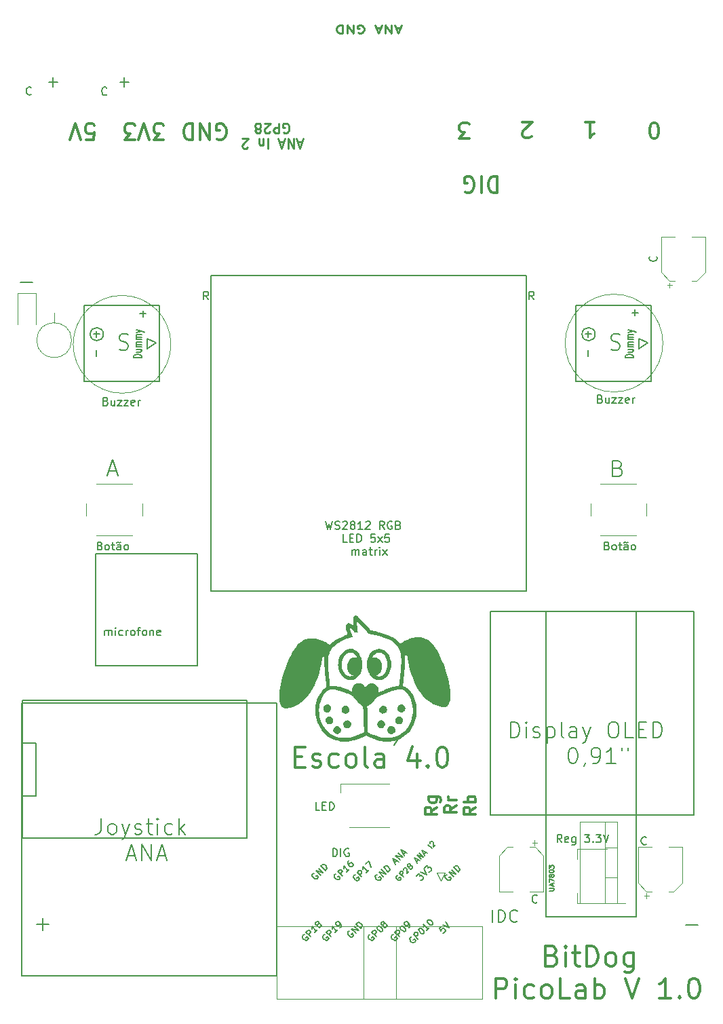
<source format=gbr>
%TF.GenerationSoftware,KiCad,Pcbnew,(6.0.11)*%
%TF.CreationDate,2023-04-25T11:56:07-03:00*%
%TF.ProjectId,Placa Base Xplorer Raspberry pi pico V3A,506c6163-6120-4426-9173-652058706c6f,rev?*%
%TF.SameCoordinates,Original*%
%TF.FileFunction,Legend,Top*%
%TF.FilePolarity,Positive*%
%FSLAX46Y46*%
G04 Gerber Fmt 4.6, Leading zero omitted, Abs format (unit mm)*
G04 Created by KiCad (PCBNEW (6.0.11)) date 2023-04-25 11:56:07*
%MOMM*%
%LPD*%
G01*
G04 APERTURE LIST*
%ADD10C,0.150000*%
%ADD11C,0.300000*%
%ADD12C,0.250000*%
%ADD13C,0.120000*%
G04 APERTURE END LIST*
D10*
X165836600Y-72644000D02*
X165843984Y-73880862D01*
X157962600Y-68529200D02*
X167360600Y-68529200D01*
X167360600Y-68529200D02*
X167360600Y-77978000D01*
X167360600Y-77978000D02*
X157962600Y-77978000D01*
X157962600Y-77978000D02*
X157962600Y-68529200D01*
X112395000Y-64770000D02*
X151765000Y-64770000D01*
X151765000Y-64770000D02*
X151765000Y-104140000D01*
X151765000Y-104140000D02*
X112395000Y-104140000D01*
X112395000Y-104140000D02*
X112395000Y-64770000D01*
X166935173Y-73188377D02*
X165836600Y-72644000D01*
X88790000Y-118110000D02*
X120650000Y-118110000D01*
X120650000Y-118110000D02*
X120650000Y-152146000D01*
X120650000Y-152146000D02*
X88790000Y-152146000D01*
X88790000Y-152146000D02*
X88790000Y-118110000D01*
X160356525Y-72085200D02*
G75*
G03*
X160356525Y-72085200I-819125J0D01*
G01*
X98964725Y-72085200D02*
G75*
G03*
X98964725Y-72085200I-819125J0D01*
G01*
X96570800Y-68529200D02*
X105968800Y-68529200D01*
X105968800Y-68529200D02*
X105968800Y-77978000D01*
X105968800Y-77978000D02*
X96570800Y-77978000D01*
X96570800Y-77978000D02*
X96570800Y-68529200D01*
X98044000Y-113411000D02*
X110744000Y-113411000D01*
X110744000Y-113411000D02*
X110744000Y-99441000D01*
X110744000Y-99441000D02*
X98044000Y-99441000D01*
X98044000Y-99441000D02*
X98044000Y-113411000D01*
X147320000Y-106680000D02*
X172720000Y-106680000D01*
X172720000Y-106680000D02*
X172720000Y-132080000D01*
X172720000Y-132080000D02*
X147320000Y-132080000D01*
X147320000Y-132080000D02*
X147320000Y-106680000D01*
X154228800Y-106680000D02*
X165455600Y-106680000D01*
X165455600Y-106680000D02*
X165455600Y-144780000D01*
X165455600Y-144780000D02*
X154228800Y-144780000D01*
X154228800Y-144780000D02*
X154228800Y-106680000D01*
X104452184Y-73880862D02*
X105543373Y-73188377D01*
X135229600Y-123393200D02*
X135788400Y-122580400D01*
X104444800Y-72644000D02*
X104452184Y-73880862D01*
X165843984Y-73880862D02*
X166935173Y-73188377D01*
X88841200Y-117794000D02*
X116882800Y-117794000D01*
X116882800Y-117794000D02*
X116882800Y-134964400D01*
X116882800Y-134964400D02*
X88841200Y-134964400D01*
X88841200Y-134964400D02*
X88841200Y-117794000D01*
X88892000Y-123124400D02*
X90592000Y-123124400D01*
X90592000Y-123124400D02*
X90592000Y-129724400D01*
X90592000Y-129724400D02*
X88892000Y-129724400D01*
X88892000Y-129724400D02*
X88892000Y-123124400D01*
X105543373Y-73188377D02*
X104444800Y-72644000D01*
X141155828Y-145959779D02*
X140886454Y-146229153D01*
X141128890Y-146525464D01*
X141128890Y-146471590D01*
X141155828Y-146390777D01*
X141290515Y-146256090D01*
X141371327Y-146229153D01*
X141425202Y-146229153D01*
X141506014Y-146256090D01*
X141640701Y-146390777D01*
X141667638Y-146471590D01*
X141667638Y-146525464D01*
X141640701Y-146606277D01*
X141506014Y-146740964D01*
X141425202Y-146767901D01*
X141371327Y-146767901D01*
X141344390Y-145771217D02*
X142098637Y-146148341D01*
X141721513Y-145394094D01*
D11*
X155004761Y-149608928D02*
X155361904Y-149727976D01*
X155480952Y-149847023D01*
X155600000Y-150085119D01*
X155600000Y-150442261D01*
X155480952Y-150680357D01*
X155361904Y-150799404D01*
X155123809Y-150918452D01*
X154171428Y-150918452D01*
X154171428Y-148418452D01*
X155004761Y-148418452D01*
X155242857Y-148537500D01*
X155361904Y-148656547D01*
X155480952Y-148894642D01*
X155480952Y-149132738D01*
X155361904Y-149370833D01*
X155242857Y-149489880D01*
X155004761Y-149608928D01*
X154171428Y-149608928D01*
X156671428Y-150918452D02*
X156671428Y-149251785D01*
X156671428Y-148418452D02*
X156552380Y-148537500D01*
X156671428Y-148656547D01*
X156790476Y-148537500D01*
X156671428Y-148418452D01*
X156671428Y-148656547D01*
X157504761Y-149251785D02*
X158457142Y-149251785D01*
X157861904Y-148418452D02*
X157861904Y-150561309D01*
X157980952Y-150799404D01*
X158219047Y-150918452D01*
X158457142Y-150918452D01*
X159290476Y-150918452D02*
X159290476Y-148418452D01*
X159885714Y-148418452D01*
X160242857Y-148537500D01*
X160480952Y-148775595D01*
X160600000Y-149013690D01*
X160719047Y-149489880D01*
X160719047Y-149847023D01*
X160600000Y-150323214D01*
X160480952Y-150561309D01*
X160242857Y-150799404D01*
X159885714Y-150918452D01*
X159290476Y-150918452D01*
X162147619Y-150918452D02*
X161909523Y-150799404D01*
X161790476Y-150680357D01*
X161671428Y-150442261D01*
X161671428Y-149727976D01*
X161790476Y-149489880D01*
X161909523Y-149370833D01*
X162147619Y-149251785D01*
X162504761Y-149251785D01*
X162742857Y-149370833D01*
X162861904Y-149489880D01*
X162980952Y-149727976D01*
X162980952Y-150442261D01*
X162861904Y-150680357D01*
X162742857Y-150799404D01*
X162504761Y-150918452D01*
X162147619Y-150918452D01*
X165123809Y-149251785D02*
X165123809Y-151275595D01*
X165004761Y-151513690D01*
X164885714Y-151632738D01*
X164647619Y-151751785D01*
X164290476Y-151751785D01*
X164052380Y-151632738D01*
X165123809Y-150799404D02*
X164885714Y-150918452D01*
X164409523Y-150918452D01*
X164171428Y-150799404D01*
X164052380Y-150680357D01*
X163933333Y-150442261D01*
X163933333Y-149727976D01*
X164052380Y-149489880D01*
X164171428Y-149370833D01*
X164409523Y-149251785D01*
X164885714Y-149251785D01*
X165123809Y-149370833D01*
X147921428Y-154943452D02*
X147921428Y-152443452D01*
X148873809Y-152443452D01*
X149111904Y-152562500D01*
X149230952Y-152681547D01*
X149350000Y-152919642D01*
X149350000Y-153276785D01*
X149230952Y-153514880D01*
X149111904Y-153633928D01*
X148873809Y-153752976D01*
X147921428Y-153752976D01*
X150421428Y-154943452D02*
X150421428Y-153276785D01*
X150421428Y-152443452D02*
X150302380Y-152562500D01*
X150421428Y-152681547D01*
X150540476Y-152562500D01*
X150421428Y-152443452D01*
X150421428Y-152681547D01*
X152683333Y-154824404D02*
X152445238Y-154943452D01*
X151969047Y-154943452D01*
X151730952Y-154824404D01*
X151611904Y-154705357D01*
X151492857Y-154467261D01*
X151492857Y-153752976D01*
X151611904Y-153514880D01*
X151730952Y-153395833D01*
X151969047Y-153276785D01*
X152445238Y-153276785D01*
X152683333Y-153395833D01*
X154111904Y-154943452D02*
X153873809Y-154824404D01*
X153754761Y-154705357D01*
X153635714Y-154467261D01*
X153635714Y-153752976D01*
X153754761Y-153514880D01*
X153873809Y-153395833D01*
X154111904Y-153276785D01*
X154469047Y-153276785D01*
X154707142Y-153395833D01*
X154826190Y-153514880D01*
X154945238Y-153752976D01*
X154945238Y-154467261D01*
X154826190Y-154705357D01*
X154707142Y-154824404D01*
X154469047Y-154943452D01*
X154111904Y-154943452D01*
X157207142Y-154943452D02*
X156016666Y-154943452D01*
X156016666Y-152443452D01*
X159111904Y-154943452D02*
X159111904Y-153633928D01*
X158992857Y-153395833D01*
X158754761Y-153276785D01*
X158278571Y-153276785D01*
X158040476Y-153395833D01*
X159111904Y-154824404D02*
X158873809Y-154943452D01*
X158278571Y-154943452D01*
X158040476Y-154824404D01*
X157921428Y-154586309D01*
X157921428Y-154348214D01*
X158040476Y-154110119D01*
X158278571Y-153991071D01*
X158873809Y-153991071D01*
X159111904Y-153872023D01*
X160302380Y-154943452D02*
X160302380Y-152443452D01*
X160302380Y-153395833D02*
X160540476Y-153276785D01*
X161016666Y-153276785D01*
X161254761Y-153395833D01*
X161373809Y-153514880D01*
X161492857Y-153752976D01*
X161492857Y-154467261D01*
X161373809Y-154705357D01*
X161254761Y-154824404D01*
X161016666Y-154943452D01*
X160540476Y-154943452D01*
X160302380Y-154824404D01*
X164111904Y-152443452D02*
X164945238Y-154943452D01*
X165778571Y-152443452D01*
X169826190Y-154943452D02*
X168397619Y-154943452D01*
X169111904Y-154943452D02*
X169111904Y-152443452D01*
X168873809Y-152800595D01*
X168635714Y-153038690D01*
X168397619Y-153157738D01*
X170897619Y-154705357D02*
X171016666Y-154824404D01*
X170897619Y-154943452D01*
X170778571Y-154824404D01*
X170897619Y-154705357D01*
X170897619Y-154943452D01*
X172564285Y-152443452D02*
X172802380Y-152443452D01*
X173040476Y-152562500D01*
X173159523Y-152681547D01*
X173278571Y-152919642D01*
X173397619Y-153395833D01*
X173397619Y-153991071D01*
X173278571Y-154467261D01*
X173159523Y-154705357D01*
X173040476Y-154824404D01*
X172802380Y-154943452D01*
X172564285Y-154943452D01*
X172326190Y-154824404D01*
X172207142Y-154705357D01*
X172088095Y-154467261D01*
X171969047Y-153991071D01*
X171969047Y-153395833D01*
X172088095Y-152919642D01*
X172207142Y-152681547D01*
X172326190Y-152562500D01*
X172564285Y-152443452D01*
D10*
X133117921Y-139493992D02*
X133037108Y-139520929D01*
X132956296Y-139601742D01*
X132902421Y-139709491D01*
X132902421Y-139817241D01*
X132929359Y-139898053D01*
X133010171Y-140032740D01*
X133090983Y-140113552D01*
X133225670Y-140194364D01*
X133306482Y-140221302D01*
X133414232Y-140221302D01*
X133521982Y-140167427D01*
X133575856Y-140113552D01*
X133629731Y-140005803D01*
X133629731Y-139951928D01*
X133441169Y-139763366D01*
X133333420Y-139871116D01*
X133926043Y-139763366D02*
X133360357Y-139197681D01*
X134249291Y-139440117D01*
X133683606Y-138874432D01*
X134518665Y-139170743D02*
X133952980Y-138605058D01*
X134087667Y-138470371D01*
X134195417Y-138416496D01*
X134303166Y-138416496D01*
X134383978Y-138443433D01*
X134518665Y-138524246D01*
X134599478Y-138605058D01*
X134680290Y-138739745D01*
X134707227Y-138820557D01*
X134707227Y-138928307D01*
X134653352Y-139036056D01*
X134518665Y-139170743D01*
X135326787Y-138039372D02*
X135596161Y-137769998D01*
X135434537Y-138254872D02*
X135057413Y-137500624D01*
X135811661Y-137877748D01*
X136000222Y-137689186D02*
X135434537Y-137123501D01*
X136323471Y-137365937D01*
X135757786Y-136800252D01*
X136404283Y-136961876D02*
X136673657Y-136692502D01*
X136512033Y-137177376D02*
X136134909Y-136423128D01*
X136889157Y-136800252D01*
D12*
X123780141Y-48045892D02*
X123208712Y-48045892D01*
X123894426Y-47703034D02*
X123494426Y-48903034D01*
X123094426Y-47703034D01*
X122694426Y-47703034D02*
X122694426Y-48903034D01*
X122008712Y-47703034D01*
X122008712Y-48903034D01*
X121494426Y-48045892D02*
X120922998Y-48045892D01*
X121608712Y-47703034D02*
X121208712Y-48903034D01*
X120808712Y-47703034D01*
X119494426Y-47703034D02*
X119494426Y-48903034D01*
X118922998Y-48503034D02*
X118922998Y-47703034D01*
X118922998Y-48388749D02*
X118865855Y-48445892D01*
X118751569Y-48503034D01*
X118580141Y-48503034D01*
X118465855Y-48445892D01*
X118408712Y-48331606D01*
X118408712Y-47703034D01*
X116980141Y-48788749D02*
X116922998Y-48845892D01*
X116808712Y-48903034D01*
X116522998Y-48903034D01*
X116408712Y-48845892D01*
X116351569Y-48788749D01*
X116294426Y-48674463D01*
X116294426Y-48560177D01*
X116351569Y-48388749D01*
X117037284Y-47703034D01*
X116294426Y-47703034D01*
X121465855Y-46913892D02*
X121580141Y-46971034D01*
X121751569Y-46971034D01*
X121922998Y-46913892D01*
X122037284Y-46799606D01*
X122094426Y-46685320D01*
X122151569Y-46456749D01*
X122151569Y-46285320D01*
X122094426Y-46056749D01*
X122037284Y-45942463D01*
X121922998Y-45828177D01*
X121751569Y-45771034D01*
X121637284Y-45771034D01*
X121465855Y-45828177D01*
X121408712Y-45885320D01*
X121408712Y-46285320D01*
X121637284Y-46285320D01*
X120894426Y-45771034D02*
X120894426Y-46971034D01*
X120437284Y-46971034D01*
X120322998Y-46913892D01*
X120265855Y-46856749D01*
X120208712Y-46742463D01*
X120208712Y-46571034D01*
X120265855Y-46456749D01*
X120322998Y-46399606D01*
X120437284Y-46342463D01*
X120894426Y-46342463D01*
X119751569Y-46856749D02*
X119694426Y-46913892D01*
X119580141Y-46971034D01*
X119294426Y-46971034D01*
X119180141Y-46913892D01*
X119122998Y-46856749D01*
X119065855Y-46742463D01*
X119065855Y-46628177D01*
X119122998Y-46456749D01*
X119808712Y-45771034D01*
X119065855Y-45771034D01*
X118380141Y-46456749D02*
X118494426Y-46513892D01*
X118551569Y-46571034D01*
X118608712Y-46685320D01*
X118608712Y-46742463D01*
X118551569Y-46856749D01*
X118494426Y-46913892D01*
X118380141Y-46971034D01*
X118151569Y-46971034D01*
X118037284Y-46913892D01*
X117980141Y-46856749D01*
X117922998Y-46742463D01*
X117922998Y-46685320D01*
X117980141Y-46571034D01*
X118037284Y-46513892D01*
X118151569Y-46456749D01*
X118380141Y-46456749D01*
X118494426Y-46399606D01*
X118551569Y-46342463D01*
X118608712Y-46228177D01*
X118608712Y-45999606D01*
X118551569Y-45885320D01*
X118494426Y-45828177D01*
X118380141Y-45771034D01*
X118151569Y-45771034D01*
X118037284Y-45828177D01*
X117980141Y-45885320D01*
X117922998Y-45999606D01*
X117922998Y-46228177D01*
X117980141Y-46342463D01*
X118037284Y-46399606D01*
X118151569Y-46456749D01*
D10*
X135695548Y-139586440D02*
X135624837Y-139610011D01*
X135554127Y-139680721D01*
X135506986Y-139775002D01*
X135506986Y-139869283D01*
X135530556Y-139939994D01*
X135601267Y-140057845D01*
X135671978Y-140128556D01*
X135789829Y-140199266D01*
X135860539Y-140222836D01*
X135954820Y-140222836D01*
X136049101Y-140175696D01*
X136096242Y-140128556D01*
X136143382Y-140034275D01*
X136143382Y-139987134D01*
X135978391Y-139822143D01*
X135884110Y-139916424D01*
X136402655Y-139822143D02*
X135907680Y-139327168D01*
X136096242Y-139138606D01*
X136166952Y-139115036D01*
X136214093Y-139115036D01*
X136284804Y-139138606D01*
X136355514Y-139209317D01*
X136379084Y-139280027D01*
X136379084Y-139327168D01*
X136355514Y-139397879D01*
X136166952Y-139586440D01*
X136426225Y-138902904D02*
X136426225Y-138855763D01*
X136449795Y-138785053D01*
X136567646Y-138667202D01*
X136638357Y-138643631D01*
X136685497Y-138643631D01*
X136756208Y-138667202D01*
X136803349Y-138714342D01*
X136850489Y-138808623D01*
X136850489Y-139374308D01*
X137156902Y-139067895D01*
X137156902Y-138502210D02*
X137086191Y-138525780D01*
X137039051Y-138525780D01*
X136968340Y-138502210D01*
X136944770Y-138478640D01*
X136921200Y-138407929D01*
X136921200Y-138360789D01*
X136944770Y-138290078D01*
X137039051Y-138195797D01*
X137109761Y-138172227D01*
X137156902Y-138172227D01*
X137227613Y-138195797D01*
X137251183Y-138219367D01*
X137274753Y-138290078D01*
X137274753Y-138337218D01*
X137251183Y-138407929D01*
X137156902Y-138502210D01*
X137133332Y-138572921D01*
X137133332Y-138620061D01*
X137156902Y-138690772D01*
X137251183Y-138785053D01*
X137321894Y-138808623D01*
X137369034Y-138808623D01*
X137439745Y-138785053D01*
X137534026Y-138690772D01*
X137557596Y-138620061D01*
X137557596Y-138572921D01*
X137534026Y-138502210D01*
X137439745Y-138407929D01*
X137369034Y-138384359D01*
X137321894Y-138384359D01*
X137251183Y-138407929D01*
X138052571Y-137889384D02*
X138288273Y-137653682D01*
X138146851Y-138077946D02*
X137816868Y-137417980D01*
X138476835Y-137747963D01*
X138641826Y-137582971D02*
X138146851Y-137087996D01*
X138924669Y-137300128D01*
X138429694Y-136805154D01*
X138995380Y-136946575D02*
X139231082Y-136710873D01*
X139089660Y-137135137D02*
X138759677Y-136475171D01*
X139419644Y-136805154D01*
X139961759Y-136263038D02*
X139466784Y-135768064D01*
X139726057Y-135603072D02*
X139726057Y-135555932D01*
X139749627Y-135485221D01*
X139867478Y-135367370D01*
X139938189Y-135343800D01*
X139985329Y-135343800D01*
X140056040Y-135367370D01*
X140103180Y-135414510D01*
X140150321Y-135508791D01*
X140150321Y-136074477D01*
X140456734Y-135768064D01*
X171704095Y-145786457D02*
X173227904Y-145786457D01*
X132247622Y-146990592D02*
X132166810Y-147017529D01*
X132085997Y-147098341D01*
X132032123Y-147206091D01*
X132032123Y-147313841D01*
X132059060Y-147394653D01*
X132139872Y-147529340D01*
X132220684Y-147610152D01*
X132355371Y-147690964D01*
X132436184Y-147717902D01*
X132543933Y-147717902D01*
X132651683Y-147664027D01*
X132705558Y-147610152D01*
X132759432Y-147502402D01*
X132759432Y-147448528D01*
X132570871Y-147259966D01*
X132463121Y-147367715D01*
X133055744Y-147259966D02*
X132490058Y-146694280D01*
X132705558Y-146478781D01*
X132786370Y-146451844D01*
X132840245Y-146451844D01*
X132921057Y-146478781D01*
X133001869Y-146559593D01*
X133028806Y-146640406D01*
X133028806Y-146694280D01*
X133001869Y-146775093D01*
X132786370Y-146990592D01*
X133163493Y-146020845D02*
X133217368Y-145966971D01*
X133298180Y-145940033D01*
X133352055Y-145940033D01*
X133432867Y-145966971D01*
X133567554Y-146047783D01*
X133702241Y-146182470D01*
X133783054Y-146317157D01*
X133809991Y-146397969D01*
X133809991Y-146451844D01*
X133783054Y-146532656D01*
X133729179Y-146586531D01*
X133648367Y-146613468D01*
X133594492Y-146613468D01*
X133513680Y-146586531D01*
X133378993Y-146505719D01*
X133244306Y-146371032D01*
X133163493Y-146236345D01*
X133136556Y-146155532D01*
X133136556Y-146101658D01*
X133163493Y-146020845D01*
X133917741Y-145751471D02*
X133836928Y-145778409D01*
X133783054Y-145778409D01*
X133702241Y-145751471D01*
X133675304Y-145724534D01*
X133648367Y-145643722D01*
X133648367Y-145589847D01*
X133675304Y-145509035D01*
X133783054Y-145401285D01*
X133863866Y-145374348D01*
X133917741Y-145374348D01*
X133998553Y-145401285D01*
X134025490Y-145428223D01*
X134052428Y-145509035D01*
X134052428Y-145562910D01*
X134025490Y-145643722D01*
X133917741Y-145751471D01*
X133890803Y-145832284D01*
X133890803Y-145886158D01*
X133917741Y-145966971D01*
X134025490Y-146074720D01*
X134106302Y-146101658D01*
X134160177Y-146101658D01*
X134240989Y-146074720D01*
X134348739Y-145966971D01*
X134375676Y-145886158D01*
X134375676Y-145832284D01*
X134348739Y-145751471D01*
X134240989Y-145643722D01*
X134160177Y-145616784D01*
X134106302Y-145616784D01*
X134025490Y-145643722D01*
X126583722Y-146990592D02*
X126502910Y-147017529D01*
X126422097Y-147098341D01*
X126368223Y-147206091D01*
X126368223Y-147313841D01*
X126395160Y-147394653D01*
X126475972Y-147529340D01*
X126556784Y-147610152D01*
X126691471Y-147690964D01*
X126772284Y-147717902D01*
X126880033Y-147717902D01*
X126987783Y-147664027D01*
X127041658Y-147610152D01*
X127095532Y-147502402D01*
X127095532Y-147448528D01*
X126906971Y-147259966D01*
X126799221Y-147367715D01*
X127391844Y-147259966D02*
X126826158Y-146694280D01*
X127041658Y-146478781D01*
X127122470Y-146451844D01*
X127176345Y-146451844D01*
X127257157Y-146478781D01*
X127337969Y-146559593D01*
X127364906Y-146640406D01*
X127364906Y-146694280D01*
X127337969Y-146775093D01*
X127122470Y-146990592D01*
X128253841Y-146397969D02*
X127930592Y-146721218D01*
X128092216Y-146559593D02*
X127526531Y-145993908D01*
X127553468Y-146128595D01*
X127553468Y-146236345D01*
X127526531Y-146317157D01*
X128523215Y-146128595D02*
X128630964Y-146020845D01*
X128657902Y-145940033D01*
X128657902Y-145886158D01*
X128630964Y-145751471D01*
X128550152Y-145616784D01*
X128334653Y-145401285D01*
X128253841Y-145374348D01*
X128199966Y-145374348D01*
X128119154Y-145401285D01*
X128011404Y-145509035D01*
X127984467Y-145589847D01*
X127984467Y-145643722D01*
X128011404Y-145724534D01*
X128146091Y-145859221D01*
X128226903Y-145886158D01*
X128280778Y-145886158D01*
X128361590Y-145859221D01*
X128469340Y-145751471D01*
X128496277Y-145670659D01*
X128496277Y-145616784D01*
X128469340Y-145535972D01*
D11*
X152401813Y-47413027D02*
X152306575Y-47508266D01*
X152116099Y-47603504D01*
X151639908Y-47603504D01*
X151449432Y-47508266D01*
X151354194Y-47413027D01*
X151258956Y-47222551D01*
X151258956Y-47032075D01*
X151354194Y-46746361D01*
X152497051Y-45603504D01*
X151258956Y-45603504D01*
D10*
X125266668Y-139348155D02*
X125185856Y-139375093D01*
X125105044Y-139455905D01*
X125051169Y-139563654D01*
X125051169Y-139671404D01*
X125078107Y-139752216D01*
X125158919Y-139886903D01*
X125239731Y-139967715D01*
X125374418Y-140048528D01*
X125455230Y-140075465D01*
X125562980Y-140075465D01*
X125670729Y-140021590D01*
X125724604Y-139967715D01*
X125778479Y-139859966D01*
X125778479Y-139806091D01*
X125589917Y-139617529D01*
X125482168Y-139725279D01*
X126074790Y-139617529D02*
X125509105Y-139051844D01*
X126398039Y-139294280D01*
X125832354Y-138728595D01*
X126667413Y-139024906D02*
X126101728Y-138459221D01*
X126236415Y-138324534D01*
X126344164Y-138270659D01*
X126451914Y-138270659D01*
X126532726Y-138297597D01*
X126667413Y-138378409D01*
X126748225Y-138459221D01*
X126829038Y-138593908D01*
X126855975Y-138674720D01*
X126855975Y-138782470D01*
X126802100Y-138890219D01*
X126667413Y-139024906D01*
X124043722Y-146990592D02*
X123962910Y-147017529D01*
X123882097Y-147098341D01*
X123828223Y-147206091D01*
X123828223Y-147313841D01*
X123855160Y-147394653D01*
X123935972Y-147529340D01*
X124016784Y-147610152D01*
X124151471Y-147690964D01*
X124232284Y-147717902D01*
X124340033Y-147717902D01*
X124447783Y-147664027D01*
X124501658Y-147610152D01*
X124555532Y-147502402D01*
X124555532Y-147448528D01*
X124366971Y-147259966D01*
X124259221Y-147367715D01*
X124851844Y-147259966D02*
X124286158Y-146694280D01*
X124501658Y-146478781D01*
X124582470Y-146451844D01*
X124636345Y-146451844D01*
X124717157Y-146478781D01*
X124797969Y-146559593D01*
X124824906Y-146640406D01*
X124824906Y-146694280D01*
X124797969Y-146775093D01*
X124582470Y-146990592D01*
X125713841Y-146397969D02*
X125390592Y-146721218D01*
X125552216Y-146559593D02*
X124986531Y-145993908D01*
X125013468Y-146128595D01*
X125013468Y-146236345D01*
X124986531Y-146317157D01*
X125713841Y-145751471D02*
X125633028Y-145778409D01*
X125579154Y-145778409D01*
X125498341Y-145751471D01*
X125471404Y-145724534D01*
X125444467Y-145643722D01*
X125444467Y-145589847D01*
X125471404Y-145509035D01*
X125579154Y-145401285D01*
X125659966Y-145374348D01*
X125713841Y-145374348D01*
X125794653Y-145401285D01*
X125821590Y-145428223D01*
X125848528Y-145509035D01*
X125848528Y-145562910D01*
X125821590Y-145643722D01*
X125713841Y-145751471D01*
X125686903Y-145832284D01*
X125686903Y-145886158D01*
X125713841Y-145966971D01*
X125821590Y-146074720D01*
X125902402Y-146101658D01*
X125956277Y-146101658D01*
X126037089Y-146074720D01*
X126144839Y-145966971D01*
X126171776Y-145886158D01*
X126171776Y-145832284D01*
X126144839Y-145751471D01*
X126037089Y-145643722D01*
X125956277Y-145616784D01*
X125902402Y-145616784D01*
X125821590Y-145643722D01*
X128007298Y-139432923D02*
X127926486Y-139459860D01*
X127845673Y-139540672D01*
X127791799Y-139648422D01*
X127791799Y-139756172D01*
X127818736Y-139836984D01*
X127899548Y-139971671D01*
X127980360Y-140052483D01*
X128115047Y-140133295D01*
X128195860Y-140160233D01*
X128303609Y-140160233D01*
X128411359Y-140106358D01*
X128465234Y-140052483D01*
X128519108Y-139944733D01*
X128519108Y-139890859D01*
X128330547Y-139702297D01*
X128222797Y-139810046D01*
X128815420Y-139702297D02*
X128249734Y-139136611D01*
X128465234Y-138921112D01*
X128546046Y-138894175D01*
X128599921Y-138894175D01*
X128680733Y-138921112D01*
X128761545Y-139001924D01*
X128788482Y-139082737D01*
X128788482Y-139136611D01*
X128761545Y-139217424D01*
X128546046Y-139432923D01*
X129677417Y-138840300D02*
X129354168Y-139163549D01*
X129515792Y-139001924D02*
X128950107Y-138436239D01*
X128977044Y-138570926D01*
X128977044Y-138678676D01*
X128950107Y-138759488D01*
X129596604Y-137789741D02*
X129488855Y-137897491D01*
X129461917Y-137978303D01*
X129461917Y-138032178D01*
X129488855Y-138166865D01*
X129569667Y-138301552D01*
X129785166Y-138517051D01*
X129865978Y-138543989D01*
X129919853Y-138543989D01*
X130000665Y-138517051D01*
X130108415Y-138409302D01*
X130135352Y-138328489D01*
X130135352Y-138274615D01*
X130108415Y-138193802D01*
X129973728Y-138059115D01*
X129892916Y-138032178D01*
X129839041Y-138032178D01*
X129758229Y-138059115D01*
X129650479Y-138166865D01*
X129623542Y-138247677D01*
X129623542Y-138301552D01*
X129650479Y-138382364D01*
X159105647Y-72055028D02*
X159867552Y-72055028D01*
X159486600Y-72435980D02*
X159486600Y-71674076D01*
X159465971Y-74091847D02*
X159465971Y-74853752D01*
X162318771Y-73961523D02*
X162604485Y-74056761D01*
X163080676Y-74056761D01*
X163271152Y-73961523D01*
X163366390Y-73866285D01*
X163461628Y-73675809D01*
X163461628Y-73485333D01*
X163366390Y-73294857D01*
X163271152Y-73199619D01*
X163080676Y-73104380D01*
X162699723Y-73009142D01*
X162509247Y-72913904D01*
X162414009Y-72818666D01*
X162318771Y-72628190D01*
X162318771Y-72437714D01*
X162414009Y-72247238D01*
X162509247Y-72152000D01*
X162699723Y-72056761D01*
X163175914Y-72056761D01*
X163461628Y-72152000D01*
D11*
X113174762Y-47732734D02*
X113365238Y-47827972D01*
X113650953Y-47827972D01*
X113936667Y-47732734D01*
X114127143Y-47542257D01*
X114222381Y-47351781D01*
X114317619Y-46970829D01*
X114317619Y-46685114D01*
X114222381Y-46304162D01*
X114127143Y-46113686D01*
X113936667Y-45923210D01*
X113650953Y-45827972D01*
X113460476Y-45827972D01*
X113174762Y-45923210D01*
X113079524Y-46018448D01*
X113079524Y-46685114D01*
X113460476Y-46685114D01*
X112222381Y-45827972D02*
X112222381Y-47827972D01*
X111079524Y-45827972D01*
X111079524Y-47827972D01*
X110127143Y-45827972D02*
X110127143Y-47827972D01*
X109650953Y-47827972D01*
X109365238Y-47732734D01*
X109174762Y-47542257D01*
X109079524Y-47351781D01*
X108984286Y-46970829D01*
X108984286Y-46685114D01*
X109079524Y-46304162D01*
X109174762Y-46113686D01*
X109365238Y-45923210D01*
X109650953Y-45827972D01*
X110127143Y-45827972D01*
D10*
X160998228Y-80153808D02*
X161141085Y-80201427D01*
X161188704Y-80249046D01*
X161236323Y-80344284D01*
X161236323Y-80487141D01*
X161188704Y-80582379D01*
X161141085Y-80629998D01*
X161045847Y-80677617D01*
X160664895Y-80677617D01*
X160664895Y-79677617D01*
X160998228Y-79677617D01*
X161093466Y-79725237D01*
X161141085Y-79772856D01*
X161188704Y-79868094D01*
X161188704Y-79963332D01*
X161141085Y-80058570D01*
X161093466Y-80106189D01*
X160998228Y-80153808D01*
X160664895Y-80153808D01*
X162093466Y-80010951D02*
X162093466Y-80677617D01*
X161664895Y-80010951D02*
X161664895Y-80534760D01*
X161712514Y-80629998D01*
X161807752Y-80677617D01*
X161950609Y-80677617D01*
X162045847Y-80629998D01*
X162093466Y-80582379D01*
X162474419Y-80010951D02*
X162998228Y-80010951D01*
X162474419Y-80677617D01*
X162998228Y-80677617D01*
X163283942Y-80010951D02*
X163807752Y-80010951D01*
X163283942Y-80677617D01*
X163807752Y-80677617D01*
X164569657Y-80629998D02*
X164474419Y-80677617D01*
X164283942Y-80677617D01*
X164188704Y-80629998D01*
X164141085Y-80534760D01*
X164141085Y-80153808D01*
X164188704Y-80058570D01*
X164283942Y-80010951D01*
X164474419Y-80010951D01*
X164569657Y-80058570D01*
X164617276Y-80153808D01*
X164617276Y-80249046D01*
X164141085Y-80344284D01*
X165045847Y-80677617D02*
X165045847Y-80010951D01*
X165045847Y-80201427D02*
X165093466Y-80106189D01*
X165141085Y-80058570D01*
X165236323Y-80010951D01*
X165331561Y-80010951D01*
X100926971Y-73961523D02*
X101212685Y-74056761D01*
X101688876Y-74056761D01*
X101879352Y-73961523D01*
X101974590Y-73866285D01*
X102069828Y-73675809D01*
X102069828Y-73485333D01*
X101974590Y-73294857D01*
X101879352Y-73199619D01*
X101688876Y-73104380D01*
X101307923Y-73009142D01*
X101117447Y-72913904D01*
X101022209Y-72818666D01*
X100926971Y-72628190D01*
X100926971Y-72437714D01*
X101022209Y-72247238D01*
X101117447Y-72152000D01*
X101307923Y-72056761D01*
X101784114Y-72056761D01*
X102069828Y-72152000D01*
X90627295Y-145684857D02*
X92151104Y-145684857D01*
X91389200Y-146446761D02*
X91389200Y-144922952D01*
X165120580Y-75004400D02*
X164120580Y-75004400D01*
X164120580Y-74837733D01*
X164168200Y-74737733D01*
X164263438Y-74671066D01*
X164358676Y-74637733D01*
X164549152Y-74604400D01*
X164692009Y-74604400D01*
X164882485Y-74637733D01*
X164977723Y-74671066D01*
X165072961Y-74737733D01*
X165120580Y-74837733D01*
X165120580Y-75004400D01*
X164453914Y-74004400D02*
X165120580Y-74004400D01*
X164453914Y-74304400D02*
X164977723Y-74304400D01*
X165072961Y-74271066D01*
X165120580Y-74204400D01*
X165120580Y-74104400D01*
X165072961Y-74037733D01*
X165025342Y-74004400D01*
X165120580Y-73671066D02*
X164453914Y-73671066D01*
X164549152Y-73671066D02*
X164501533Y-73637733D01*
X164453914Y-73571066D01*
X164453914Y-73471066D01*
X164501533Y-73404400D01*
X164596771Y-73371066D01*
X165120580Y-73371066D01*
X164596771Y-73371066D02*
X164501533Y-73337733D01*
X164453914Y-73271066D01*
X164453914Y-73171066D01*
X164501533Y-73104400D01*
X164596771Y-73071066D01*
X165120580Y-73071066D01*
X165120580Y-72737733D02*
X164453914Y-72737733D01*
X164549152Y-72737733D02*
X164501533Y-72704400D01*
X164453914Y-72637733D01*
X164453914Y-72537733D01*
X164501533Y-72471066D01*
X164596771Y-72437733D01*
X165120580Y-72437733D01*
X164596771Y-72437733D02*
X164501533Y-72404400D01*
X164453914Y-72337733D01*
X164453914Y-72237733D01*
X164501533Y-72171066D01*
X164596771Y-72137733D01*
X165120580Y-72137733D01*
X164453914Y-71871066D02*
X165120580Y-71704400D01*
X164453914Y-71537733D02*
X165120580Y-71704400D01*
X165358676Y-71771066D01*
X165406295Y-71804400D01*
X165453914Y-71871066D01*
D11*
X144661563Y-47702037D02*
X143423468Y-47702037D01*
X144090135Y-46940132D01*
X143804420Y-46940132D01*
X143613944Y-46844894D01*
X143518706Y-46749656D01*
X143423468Y-46559179D01*
X143423468Y-46082989D01*
X143518706Y-45892513D01*
X143613944Y-45797275D01*
X143804420Y-45702037D01*
X144375849Y-45702037D01*
X144566325Y-45797275D01*
X144661563Y-45892513D01*
D10*
X112069523Y-67762380D02*
X111736190Y-67286190D01*
X111498095Y-67762380D02*
X111498095Y-66762380D01*
X111879047Y-66762380D01*
X111974285Y-66810000D01*
X112021904Y-66857619D01*
X112069523Y-66952857D01*
X112069523Y-67095714D01*
X112021904Y-67190952D01*
X111974285Y-67238571D01*
X111879047Y-67286190D01*
X111498095Y-67286190D01*
X89954121Y-42150346D02*
X89906502Y-42197965D01*
X89763645Y-42245584D01*
X89668407Y-42245584D01*
X89525550Y-42197965D01*
X89430312Y-42102727D01*
X89382693Y-42007489D01*
X89335074Y-41817013D01*
X89335074Y-41674156D01*
X89382693Y-41483680D01*
X89430312Y-41388442D01*
X89525550Y-41293204D01*
X89668407Y-41245584D01*
X89763645Y-41245584D01*
X89906502Y-41293204D01*
X89954121Y-41340823D01*
X129683516Y-146563965D02*
X129602704Y-146590903D01*
X129521892Y-146671715D01*
X129468017Y-146779464D01*
X129468017Y-146887214D01*
X129494955Y-146968026D01*
X129575767Y-147102713D01*
X129656579Y-147183525D01*
X129791266Y-147264338D01*
X129872078Y-147291275D01*
X129979828Y-147291275D01*
X130087577Y-147237400D01*
X130141452Y-147183525D01*
X130195327Y-147075776D01*
X130195327Y-147021901D01*
X130006765Y-146833339D01*
X129899016Y-146941089D01*
X130491638Y-146833339D02*
X129925953Y-146267654D01*
X130814887Y-146510090D01*
X130249202Y-145944405D01*
X131084261Y-146240716D02*
X130518576Y-145675031D01*
X130653263Y-145540344D01*
X130761012Y-145486469D01*
X130868762Y-145486469D01*
X130949574Y-145513407D01*
X131084261Y-145594219D01*
X131165073Y-145675031D01*
X131245886Y-145809718D01*
X131272823Y-145890530D01*
X131272823Y-145998280D01*
X131218948Y-146106029D01*
X131084261Y-146240716D01*
D11*
X122931714Y-124801465D02*
X123765047Y-124801465D01*
X124122190Y-126110989D02*
X122931714Y-126110989D01*
X122931714Y-123610989D01*
X124122190Y-123610989D01*
X125074571Y-125991941D02*
X125312666Y-126110989D01*
X125788857Y-126110989D01*
X126026952Y-125991941D01*
X126146000Y-125753846D01*
X126146000Y-125634798D01*
X126026952Y-125396703D01*
X125788857Y-125277656D01*
X125431714Y-125277656D01*
X125193619Y-125158608D01*
X125074571Y-124920513D01*
X125074571Y-124801465D01*
X125193619Y-124563370D01*
X125431714Y-124444322D01*
X125788857Y-124444322D01*
X126026952Y-124563370D01*
X128288857Y-125991941D02*
X128050761Y-126110989D01*
X127574571Y-126110989D01*
X127336476Y-125991941D01*
X127217428Y-125872894D01*
X127098380Y-125634798D01*
X127098380Y-124920513D01*
X127217428Y-124682417D01*
X127336476Y-124563370D01*
X127574571Y-124444322D01*
X128050761Y-124444322D01*
X128288857Y-124563370D01*
X129717428Y-126110989D02*
X129479333Y-125991941D01*
X129360285Y-125872894D01*
X129241238Y-125634798D01*
X129241238Y-124920513D01*
X129360285Y-124682417D01*
X129479333Y-124563370D01*
X129717428Y-124444322D01*
X130074571Y-124444322D01*
X130312666Y-124563370D01*
X130431714Y-124682417D01*
X130550761Y-124920513D01*
X130550761Y-125634798D01*
X130431714Y-125872894D01*
X130312666Y-125991941D01*
X130074571Y-126110989D01*
X129717428Y-126110989D01*
X131979333Y-126110989D02*
X131741238Y-125991941D01*
X131622190Y-125753846D01*
X131622190Y-123610989D01*
X134003142Y-126110989D02*
X134003142Y-124801465D01*
X133884095Y-124563370D01*
X133646000Y-124444322D01*
X133169809Y-124444322D01*
X132931714Y-124563370D01*
X134003142Y-125991941D02*
X133765047Y-126110989D01*
X133169809Y-126110989D01*
X132931714Y-125991941D01*
X132812666Y-125753846D01*
X132812666Y-125515751D01*
X132931714Y-125277656D01*
X133169809Y-125158608D01*
X133765047Y-125158608D01*
X134003142Y-125039560D01*
X138169809Y-124444322D02*
X138169809Y-126110989D01*
X137574571Y-123491941D02*
X136979333Y-125277656D01*
X138526952Y-125277656D01*
X139479333Y-125872894D02*
X139598380Y-125991941D01*
X139479333Y-126110989D01*
X139360285Y-125991941D01*
X139479333Y-125872894D01*
X139479333Y-126110989D01*
X141146000Y-123610989D02*
X141384095Y-123610989D01*
X141622190Y-123730037D01*
X141741238Y-123849084D01*
X141860285Y-124087179D01*
X141979333Y-124563370D01*
X141979333Y-125158608D01*
X141860285Y-125634798D01*
X141741238Y-125872894D01*
X141622190Y-125991941D01*
X141384095Y-126110989D01*
X141146000Y-126110989D01*
X140907904Y-125991941D01*
X140788857Y-125872894D01*
X140669809Y-125634798D01*
X140550761Y-125158608D01*
X140550761Y-124563370D01*
X140669809Y-124087179D01*
X140788857Y-123849084D01*
X140907904Y-123730037D01*
X141146000Y-123610989D01*
D10*
X130412618Y-139535277D02*
X130331806Y-139562214D01*
X130250993Y-139643026D01*
X130197119Y-139750776D01*
X130197119Y-139858526D01*
X130224056Y-139939338D01*
X130304868Y-140074025D01*
X130385680Y-140154837D01*
X130520367Y-140235649D01*
X130601180Y-140262587D01*
X130708929Y-140262587D01*
X130816679Y-140208712D01*
X130870554Y-140154837D01*
X130924428Y-140047087D01*
X130924428Y-139993213D01*
X130735867Y-139804651D01*
X130628117Y-139912400D01*
X131220740Y-139804651D02*
X130655054Y-139238965D01*
X130870554Y-139023466D01*
X130951366Y-138996529D01*
X131005241Y-138996529D01*
X131086053Y-139023466D01*
X131166865Y-139104278D01*
X131193802Y-139185091D01*
X131193802Y-139238965D01*
X131166865Y-139319778D01*
X130951366Y-139535277D01*
X132082737Y-138942654D02*
X131759488Y-139265903D01*
X131921112Y-139104278D02*
X131355427Y-138538593D01*
X131382364Y-138673280D01*
X131382364Y-138781030D01*
X131355427Y-138861842D01*
X131705613Y-138188407D02*
X132082737Y-137811283D01*
X132405985Y-138619405D01*
D12*
X136103809Y-33827873D02*
X135484761Y-33827873D01*
X136227619Y-33542159D02*
X135794285Y-34542159D01*
X135360952Y-33542159D01*
X134927619Y-33542159D02*
X134927619Y-34542159D01*
X134184761Y-33542159D01*
X134184761Y-34542159D01*
X133627619Y-33827873D02*
X133008571Y-33827873D01*
X133751428Y-33542159D02*
X133318095Y-34542159D01*
X132884761Y-33542159D01*
X130780000Y-34494540D02*
X130903809Y-34542159D01*
X131089523Y-34542159D01*
X131275238Y-34494540D01*
X131399047Y-34399301D01*
X131460952Y-34304063D01*
X131522857Y-34113587D01*
X131522857Y-33970730D01*
X131460952Y-33780254D01*
X131399047Y-33685016D01*
X131275238Y-33589778D01*
X131089523Y-33542159D01*
X130965714Y-33542159D01*
X130780000Y-33589778D01*
X130718095Y-33637397D01*
X130718095Y-33970730D01*
X130965714Y-33970730D01*
X130160952Y-33542159D02*
X130160952Y-34542159D01*
X129418095Y-33542159D01*
X129418095Y-34542159D01*
X128799047Y-33542159D02*
X128799047Y-34542159D01*
X128489523Y-34542159D01*
X128303809Y-34494540D01*
X128180000Y-34399301D01*
X128118095Y-34304063D01*
X128056190Y-34113587D01*
X128056190Y-33970730D01*
X128118095Y-33780254D01*
X128180000Y-33685016D01*
X128303809Y-33589778D01*
X128489523Y-33542159D01*
X128799047Y-33542159D01*
D10*
X141856017Y-139517109D02*
X141775205Y-139544047D01*
X141694393Y-139624859D01*
X141640518Y-139732608D01*
X141640518Y-139840358D01*
X141667456Y-139921170D01*
X141748268Y-140055857D01*
X141829080Y-140136669D01*
X141963767Y-140217482D01*
X142044579Y-140244419D01*
X142152329Y-140244419D01*
X142260078Y-140190544D01*
X142313953Y-140136669D01*
X142367828Y-140028920D01*
X142367828Y-139975045D01*
X142179266Y-139786483D01*
X142071517Y-139894233D01*
X142664139Y-139786483D02*
X142098454Y-139220798D01*
X142987388Y-139463234D01*
X142421703Y-138897549D01*
X143256762Y-139193860D02*
X142691077Y-138628175D01*
X142825764Y-138493488D01*
X142933513Y-138439613D01*
X143041263Y-138439613D01*
X143122075Y-138466551D01*
X143256762Y-138547363D01*
X143337574Y-138628175D01*
X143418387Y-138762862D01*
X143445324Y-138843674D01*
X143445324Y-138951424D01*
X143391449Y-139059173D01*
X143256762Y-139193860D01*
X99276228Y-80458608D02*
X99419085Y-80506227D01*
X99466704Y-80553846D01*
X99514323Y-80649084D01*
X99514323Y-80791941D01*
X99466704Y-80887179D01*
X99419085Y-80934798D01*
X99323847Y-80982417D01*
X98942895Y-80982417D01*
X98942895Y-79982417D01*
X99276228Y-79982417D01*
X99371466Y-80030037D01*
X99419085Y-80077656D01*
X99466704Y-80172894D01*
X99466704Y-80268132D01*
X99419085Y-80363370D01*
X99371466Y-80410989D01*
X99276228Y-80458608D01*
X98942895Y-80458608D01*
X100371466Y-80315751D02*
X100371466Y-80982417D01*
X99942895Y-80315751D02*
X99942895Y-80839560D01*
X99990514Y-80934798D01*
X100085752Y-80982417D01*
X100228609Y-80982417D01*
X100323847Y-80934798D01*
X100371466Y-80887179D01*
X100752419Y-80315751D02*
X101276228Y-80315751D01*
X100752419Y-80982417D01*
X101276228Y-80982417D01*
X101561942Y-80315751D02*
X102085752Y-80315751D01*
X101561942Y-80982417D01*
X102085752Y-80982417D01*
X102847657Y-80934798D02*
X102752419Y-80982417D01*
X102561942Y-80982417D01*
X102466704Y-80934798D01*
X102419085Y-80839560D01*
X102419085Y-80458608D01*
X102466704Y-80363370D01*
X102561942Y-80315751D01*
X102752419Y-80315751D01*
X102847657Y-80363370D01*
X102895276Y-80458608D01*
X102895276Y-80553846D01*
X102419085Y-80649084D01*
X103323847Y-80982417D02*
X103323847Y-80315751D01*
X103323847Y-80506227D02*
X103371466Y-80410989D01*
X103419085Y-80363370D01*
X103514323Y-80315751D01*
X103609561Y-80315751D01*
D11*
X148144331Y-52419428D02*
X148144331Y-54419428D01*
X147668140Y-54419428D01*
X147382426Y-54324190D01*
X147191950Y-54133713D01*
X147096711Y-53943237D01*
X147001473Y-53562285D01*
X147001473Y-53276570D01*
X147096711Y-52895618D01*
X147191950Y-52705142D01*
X147382426Y-52514666D01*
X147668140Y-52419428D01*
X148144331Y-52419428D01*
X146144331Y-52419428D02*
X146144331Y-54419428D01*
X144144331Y-54324190D02*
X144334807Y-54419428D01*
X144620521Y-54419428D01*
X144906235Y-54324190D01*
X145096711Y-54133713D01*
X145191950Y-53943237D01*
X145287188Y-53562285D01*
X145287188Y-53276570D01*
X145191950Y-52895618D01*
X145096711Y-52705142D01*
X144906235Y-52514666D01*
X144620521Y-52419428D01*
X144430045Y-52419428D01*
X144144331Y-52514666D01*
X144049092Y-52609904D01*
X144049092Y-53276570D01*
X144430045Y-53276570D01*
D10*
X92138571Y-40656160D02*
X93281428Y-40656160D01*
X92710000Y-41227589D02*
X92710000Y-40084732D01*
X147558400Y-145419808D02*
X147558400Y-143919808D01*
X148272685Y-145419808D02*
X148272685Y-143919808D01*
X148629828Y-143919808D01*
X148844114Y-143991237D01*
X148986971Y-144134094D01*
X149058400Y-144276951D01*
X149129828Y-144562665D01*
X149129828Y-144776951D01*
X149058400Y-145062665D01*
X148986971Y-145205522D01*
X148844114Y-145348379D01*
X148629828Y-145419808D01*
X148272685Y-145419808D01*
X150629828Y-145276951D02*
X150558400Y-145348379D01*
X150344114Y-145419808D01*
X150201257Y-145419808D01*
X149986971Y-145348379D01*
X149844114Y-145205522D01*
X149772685Y-145062665D01*
X149701257Y-144776951D01*
X149701257Y-144562665D01*
X149772685Y-144276951D01*
X149844114Y-144134094D01*
X149986971Y-143991237D01*
X150201257Y-143919808D01*
X150344114Y-143919808D01*
X150558400Y-143991237D01*
X150629828Y-144062665D01*
D11*
X106507143Y-47827972D02*
X105269048Y-47827972D01*
X105935714Y-47066067D01*
X105650000Y-47066067D01*
X105459524Y-46970829D01*
X105364286Y-46875591D01*
X105269048Y-46685114D01*
X105269048Y-46208924D01*
X105364286Y-46018448D01*
X105459524Y-45923210D01*
X105650000Y-45827972D01*
X106221429Y-45827972D01*
X106411905Y-45923210D01*
X106507143Y-46018448D01*
X104697619Y-47827972D02*
X104030953Y-45827972D01*
X103364286Y-47827972D01*
X102888095Y-47827972D02*
X101650000Y-47827972D01*
X102316667Y-47066067D01*
X102030953Y-47066067D01*
X101840476Y-46970829D01*
X101745238Y-46875591D01*
X101650000Y-46685114D01*
X101650000Y-46208924D01*
X101745238Y-46018448D01*
X101840476Y-45923210D01*
X102030953Y-45827972D01*
X102602381Y-45827972D01*
X102792857Y-45923210D01*
X102888095Y-46018448D01*
D10*
X152709523Y-67762380D02*
X152376190Y-67286190D01*
X152138095Y-67762380D02*
X152138095Y-66762380D01*
X152519047Y-66762380D01*
X152614285Y-66810000D01*
X152661904Y-66857619D01*
X152709523Y-66952857D01*
X152709523Y-67095714D01*
X152661904Y-67190952D01*
X152614285Y-67238571D01*
X152519047Y-67286190D01*
X152138095Y-67286190D01*
X88595295Y-65573257D02*
X90119104Y-65573257D01*
X135136280Y-146990591D02*
X135055468Y-147017528D01*
X134974655Y-147098340D01*
X134920781Y-147206090D01*
X134920781Y-147313840D01*
X134947718Y-147394652D01*
X135028530Y-147529339D01*
X135109342Y-147610151D01*
X135244029Y-147690963D01*
X135324842Y-147717901D01*
X135432591Y-147717901D01*
X135540341Y-147664026D01*
X135594216Y-147610151D01*
X135648090Y-147502401D01*
X135648090Y-147448527D01*
X135459529Y-147259965D01*
X135351779Y-147367714D01*
X135944402Y-147259965D02*
X135378716Y-146694279D01*
X135594216Y-146478780D01*
X135675028Y-146451843D01*
X135728903Y-146451843D01*
X135809715Y-146478780D01*
X135890527Y-146559592D01*
X135917464Y-146640405D01*
X135917464Y-146694279D01*
X135890527Y-146775092D01*
X135675028Y-146990591D01*
X136052151Y-146020844D02*
X136106026Y-145966970D01*
X136186838Y-145940032D01*
X136240713Y-145940032D01*
X136321525Y-145966970D01*
X136456212Y-146047782D01*
X136590899Y-146182469D01*
X136671712Y-146317156D01*
X136698649Y-146397968D01*
X136698649Y-146451843D01*
X136671712Y-146532655D01*
X136617837Y-146586530D01*
X136537025Y-146613467D01*
X136483150Y-146613467D01*
X136402338Y-146586530D01*
X136267651Y-146505718D01*
X136132964Y-146371031D01*
X136052151Y-146236344D01*
X136025214Y-146155531D01*
X136025214Y-146101657D01*
X136052151Y-146020844D01*
X137075773Y-146128594D02*
X137183522Y-146020844D01*
X137210460Y-145940032D01*
X137210460Y-145886157D01*
X137183522Y-145751470D01*
X137102710Y-145616783D01*
X136887211Y-145401284D01*
X136806399Y-145374347D01*
X136752524Y-145374347D01*
X136671712Y-145401284D01*
X136563962Y-145509034D01*
X136537025Y-145589846D01*
X136537025Y-145643721D01*
X136563962Y-145724533D01*
X136698649Y-145859220D01*
X136779461Y-145886157D01*
X136833336Y-145886157D01*
X136914148Y-145859220D01*
X137021898Y-145751470D01*
X137048835Y-145670658D01*
X137048835Y-145616783D01*
X137021898Y-145535971D01*
D11*
X140613571Y-131109285D02*
X139899285Y-131609285D01*
X140613571Y-131966428D02*
X139113571Y-131966428D01*
X139113571Y-131395000D01*
X139185000Y-131252142D01*
X139256428Y-131180714D01*
X139399285Y-131109285D01*
X139613571Y-131109285D01*
X139756428Y-131180714D01*
X139827857Y-131252142D01*
X139899285Y-131395000D01*
X139899285Y-131966428D01*
X139613571Y-129823571D02*
X140827857Y-129823571D01*
X140970714Y-129895000D01*
X141042142Y-129966428D01*
X141113571Y-130109285D01*
X141113571Y-130323571D01*
X141042142Y-130466428D01*
X140542142Y-129823571D02*
X140613571Y-129966428D01*
X140613571Y-130252142D01*
X140542142Y-130395000D01*
X140470714Y-130466428D01*
X140327857Y-130537857D01*
X139899285Y-130537857D01*
X139756428Y-130466428D01*
X139685000Y-130395000D01*
X139613571Y-130252142D01*
X139613571Y-129966428D01*
X139685000Y-129823571D01*
X143028571Y-130895000D02*
X142314285Y-131395000D01*
X143028571Y-131752142D02*
X141528571Y-131752142D01*
X141528571Y-131180714D01*
X141600000Y-131037857D01*
X141671428Y-130966428D01*
X141814285Y-130895000D01*
X142028571Y-130895000D01*
X142171428Y-130966428D01*
X142242857Y-131037857D01*
X142314285Y-131180714D01*
X142314285Y-131752142D01*
X143028571Y-130252142D02*
X142028571Y-130252142D01*
X142314285Y-130252142D02*
X142171428Y-130180714D01*
X142100000Y-130109285D01*
X142028571Y-129966428D01*
X142028571Y-129823571D01*
X145443571Y-131109285D02*
X144729285Y-131609285D01*
X145443571Y-131966428D02*
X143943571Y-131966428D01*
X143943571Y-131395000D01*
X144015000Y-131252142D01*
X144086428Y-131180714D01*
X144229285Y-131109285D01*
X144443571Y-131109285D01*
X144586428Y-131180714D01*
X144657857Y-131252142D01*
X144729285Y-131395000D01*
X144729285Y-131966428D01*
X145443571Y-130466428D02*
X143943571Y-130466428D01*
X144515000Y-130466428D02*
X144443571Y-130323571D01*
X144443571Y-130037857D01*
X144515000Y-129895000D01*
X144586428Y-129823571D01*
X144729285Y-129752142D01*
X145157857Y-129752142D01*
X145300714Y-129823571D01*
X145372142Y-129895000D01*
X145443571Y-130037857D01*
X145443571Y-130323571D01*
X145372142Y-130466428D01*
D10*
X149778723Y-122433961D02*
X149778723Y-120433961D01*
X150254914Y-120433961D01*
X150540628Y-120529200D01*
X150731104Y-120719676D01*
X150826342Y-120910152D01*
X150921580Y-121291104D01*
X150921580Y-121576819D01*
X150826342Y-121957771D01*
X150731104Y-122148247D01*
X150540628Y-122338723D01*
X150254914Y-122433961D01*
X149778723Y-122433961D01*
X151778723Y-122433961D02*
X151778723Y-121100628D01*
X151778723Y-120433961D02*
X151683485Y-120529200D01*
X151778723Y-120624438D01*
X151873961Y-120529200D01*
X151778723Y-120433961D01*
X151778723Y-120624438D01*
X152635866Y-122338723D02*
X152826342Y-122433961D01*
X153207295Y-122433961D01*
X153397771Y-122338723D01*
X153493009Y-122148247D01*
X153493009Y-122053009D01*
X153397771Y-121862533D01*
X153207295Y-121767295D01*
X152921580Y-121767295D01*
X152731104Y-121672057D01*
X152635866Y-121481580D01*
X152635866Y-121386342D01*
X152731104Y-121195866D01*
X152921580Y-121100628D01*
X153207295Y-121100628D01*
X153397771Y-121195866D01*
X154350152Y-121100628D02*
X154350152Y-123100628D01*
X154350152Y-121195866D02*
X154540628Y-121100628D01*
X154921580Y-121100628D01*
X155112057Y-121195866D01*
X155207295Y-121291104D01*
X155302533Y-121481580D01*
X155302533Y-122053009D01*
X155207295Y-122243485D01*
X155112057Y-122338723D01*
X154921580Y-122433961D01*
X154540628Y-122433961D01*
X154350152Y-122338723D01*
X156445390Y-122433961D02*
X156254914Y-122338723D01*
X156159676Y-122148247D01*
X156159676Y-120433961D01*
X158064438Y-122433961D02*
X158064438Y-121386342D01*
X157969200Y-121195866D01*
X157778723Y-121100628D01*
X157397771Y-121100628D01*
X157207295Y-121195866D01*
X158064438Y-122338723D02*
X157873961Y-122433961D01*
X157397771Y-122433961D01*
X157207295Y-122338723D01*
X157112057Y-122148247D01*
X157112057Y-121957771D01*
X157207295Y-121767295D01*
X157397771Y-121672057D01*
X157873961Y-121672057D01*
X158064438Y-121576819D01*
X158826342Y-121100628D02*
X159302533Y-122433961D01*
X159778723Y-121100628D02*
X159302533Y-122433961D01*
X159112057Y-122910152D01*
X159016819Y-123005390D01*
X158826342Y-123100628D01*
X162445390Y-120433961D02*
X162826342Y-120433961D01*
X163016819Y-120529200D01*
X163207295Y-120719676D01*
X163302533Y-121100628D01*
X163302533Y-121767295D01*
X163207295Y-122148247D01*
X163016819Y-122338723D01*
X162826342Y-122433961D01*
X162445390Y-122433961D01*
X162254914Y-122338723D01*
X162064438Y-122148247D01*
X161969200Y-121767295D01*
X161969200Y-121100628D01*
X162064438Y-120719676D01*
X162254914Y-120529200D01*
X162445390Y-120433961D01*
X165112057Y-122433961D02*
X164159676Y-122433961D01*
X164159676Y-120433961D01*
X165778723Y-121386342D02*
X166445390Y-121386342D01*
X166731104Y-122433961D02*
X165778723Y-122433961D01*
X165778723Y-120433961D01*
X166731104Y-120433961D01*
X167588247Y-122433961D02*
X167588247Y-120433961D01*
X168064438Y-120433961D01*
X168350152Y-120529200D01*
X168540628Y-120719676D01*
X168635866Y-120910152D01*
X168731104Y-121291104D01*
X168731104Y-121576819D01*
X168635866Y-121957771D01*
X168540628Y-122148247D01*
X168350152Y-122338723D01*
X168064438Y-122433961D01*
X167588247Y-122433961D01*
X157493009Y-123653961D02*
X157683485Y-123653961D01*
X157873961Y-123749200D01*
X157969200Y-123844438D01*
X158064438Y-124034914D01*
X158159676Y-124415866D01*
X158159676Y-124892057D01*
X158064438Y-125273009D01*
X157969200Y-125463485D01*
X157873961Y-125558723D01*
X157683485Y-125653961D01*
X157493009Y-125653961D01*
X157302533Y-125558723D01*
X157207295Y-125463485D01*
X157112057Y-125273009D01*
X157016819Y-124892057D01*
X157016819Y-124415866D01*
X157112057Y-124034914D01*
X157207295Y-123844438D01*
X157302533Y-123749200D01*
X157493009Y-123653961D01*
X159112057Y-125558723D02*
X159112057Y-125653961D01*
X159016819Y-125844438D01*
X158921580Y-125939676D01*
X160064438Y-125653961D02*
X160445390Y-125653961D01*
X160635866Y-125558723D01*
X160731104Y-125463485D01*
X160921580Y-125177771D01*
X161016819Y-124796819D01*
X161016819Y-124034914D01*
X160921580Y-123844438D01*
X160826342Y-123749200D01*
X160635866Y-123653961D01*
X160254914Y-123653961D01*
X160064438Y-123749200D01*
X159969200Y-123844438D01*
X159873961Y-124034914D01*
X159873961Y-124511104D01*
X159969200Y-124701580D01*
X160064438Y-124796819D01*
X160254914Y-124892057D01*
X160635866Y-124892057D01*
X160826342Y-124796819D01*
X160921580Y-124701580D01*
X161016819Y-124511104D01*
X162921580Y-125653961D02*
X161778723Y-125653961D01*
X162350152Y-125653961D02*
X162350152Y-123653961D01*
X162159676Y-123939676D01*
X161969200Y-124130152D01*
X161778723Y-124225390D01*
X163683485Y-123653961D02*
X163683485Y-124034914D01*
X164445390Y-123653961D02*
X164445390Y-124034914D01*
X137437130Y-147259965D02*
X137356318Y-147286902D01*
X137275505Y-147367714D01*
X137221631Y-147475464D01*
X137221631Y-147583214D01*
X137248568Y-147664026D01*
X137329380Y-147798713D01*
X137410192Y-147879525D01*
X137544879Y-147960337D01*
X137625692Y-147987275D01*
X137733441Y-147987275D01*
X137841191Y-147933400D01*
X137895066Y-147879525D01*
X137948940Y-147771775D01*
X137948940Y-147717901D01*
X137760379Y-147529339D01*
X137652629Y-147637088D01*
X138245252Y-147529339D02*
X137679566Y-146963653D01*
X137895066Y-146748154D01*
X137975878Y-146721217D01*
X138029753Y-146721217D01*
X138110565Y-146748154D01*
X138191377Y-146828966D01*
X138218314Y-146909779D01*
X138218314Y-146963653D01*
X138191377Y-147044466D01*
X137975878Y-147259965D01*
X138353001Y-146290218D02*
X138406876Y-146236344D01*
X138487688Y-146209406D01*
X138541563Y-146209406D01*
X138622375Y-146236344D01*
X138757062Y-146317156D01*
X138891749Y-146451843D01*
X138972562Y-146586530D01*
X138999499Y-146667342D01*
X138999499Y-146721217D01*
X138972562Y-146802029D01*
X138918687Y-146855904D01*
X138837875Y-146882841D01*
X138784000Y-146882841D01*
X138703188Y-146855904D01*
X138568501Y-146775092D01*
X138433814Y-146640405D01*
X138353001Y-146505718D01*
X138326064Y-146424905D01*
X138326064Y-146371031D01*
X138353001Y-146290218D01*
X139645997Y-146128594D02*
X139322748Y-146451843D01*
X139484372Y-146290218D02*
X138918687Y-145724533D01*
X138945624Y-145859220D01*
X138945624Y-145966970D01*
X138918687Y-146047782D01*
X139430497Y-145212722D02*
X139484372Y-145158848D01*
X139565184Y-145131910D01*
X139619059Y-145131910D01*
X139699871Y-145158848D01*
X139834558Y-145239660D01*
X139969245Y-145374347D01*
X140050058Y-145509034D01*
X140076995Y-145589846D01*
X140076995Y-145643721D01*
X140050058Y-145724533D01*
X139996183Y-145778408D01*
X139915371Y-145805345D01*
X139861496Y-145805345D01*
X139780684Y-145778408D01*
X139645997Y-145697596D01*
X139511310Y-145562909D01*
X139430497Y-145428222D01*
X139403560Y-145347409D01*
X139403560Y-145293535D01*
X139430497Y-145212722D01*
X99139809Y-109672380D02*
X99139809Y-109005714D01*
X99139809Y-109100952D02*
X99187428Y-109053333D01*
X99282666Y-109005714D01*
X99425523Y-109005714D01*
X99520761Y-109053333D01*
X99568380Y-109148571D01*
X99568380Y-109672380D01*
X99568380Y-109148571D02*
X99616000Y-109053333D01*
X99711238Y-109005714D01*
X99854095Y-109005714D01*
X99949333Y-109053333D01*
X99996952Y-109148571D01*
X99996952Y-109672380D01*
X100473142Y-109672380D02*
X100473142Y-109005714D01*
X100473142Y-108672380D02*
X100425523Y-108720000D01*
X100473142Y-108767619D01*
X100520761Y-108720000D01*
X100473142Y-108672380D01*
X100473142Y-108767619D01*
X101377904Y-109624761D02*
X101282666Y-109672380D01*
X101092190Y-109672380D01*
X100996952Y-109624761D01*
X100949333Y-109577142D01*
X100901714Y-109481904D01*
X100901714Y-109196190D01*
X100949333Y-109100952D01*
X100996952Y-109053333D01*
X101092190Y-109005714D01*
X101282666Y-109005714D01*
X101377904Y-109053333D01*
X101806476Y-109672380D02*
X101806476Y-109005714D01*
X101806476Y-109196190D02*
X101854095Y-109100952D01*
X101901714Y-109053333D01*
X101996952Y-109005714D01*
X102092190Y-109005714D01*
X102568380Y-109672380D02*
X102473142Y-109624761D01*
X102425523Y-109577142D01*
X102377904Y-109481904D01*
X102377904Y-109196190D01*
X102425523Y-109100952D01*
X102473142Y-109053333D01*
X102568380Y-109005714D01*
X102711238Y-109005714D01*
X102806476Y-109053333D01*
X102854095Y-109100952D01*
X102901714Y-109196190D01*
X102901714Y-109481904D01*
X102854095Y-109577142D01*
X102806476Y-109624761D01*
X102711238Y-109672380D01*
X102568380Y-109672380D01*
X103187428Y-109005714D02*
X103568380Y-109005714D01*
X103330285Y-109672380D02*
X103330285Y-108815238D01*
X103377904Y-108720000D01*
X103473142Y-108672380D01*
X103568380Y-108672380D01*
X104044571Y-109672380D02*
X103949333Y-109624761D01*
X103901714Y-109577142D01*
X103854095Y-109481904D01*
X103854095Y-109196190D01*
X103901714Y-109100952D01*
X103949333Y-109053333D01*
X104044571Y-109005714D01*
X104187428Y-109005714D01*
X104282666Y-109053333D01*
X104330285Y-109100952D01*
X104377904Y-109196190D01*
X104377904Y-109481904D01*
X104330285Y-109577142D01*
X104282666Y-109624761D01*
X104187428Y-109672380D01*
X104044571Y-109672380D01*
X104806476Y-109005714D02*
X104806476Y-109672380D01*
X104806476Y-109100952D02*
X104854095Y-109053333D01*
X104949333Y-109005714D01*
X105092190Y-109005714D01*
X105187428Y-109053333D01*
X105235047Y-109148571D01*
X105235047Y-109672380D01*
X106092190Y-109624761D02*
X105996952Y-109672380D01*
X105806476Y-109672380D01*
X105711238Y-109624761D01*
X105663619Y-109529523D01*
X105663619Y-109148571D01*
X105711238Y-109053333D01*
X105806476Y-109005714D01*
X105996952Y-109005714D01*
X106092190Y-109053333D01*
X106139809Y-109148571D01*
X106139809Y-109243809D01*
X105663619Y-109339047D01*
X98695238Y-132494761D02*
X98695238Y-133923333D01*
X98600000Y-134209047D01*
X98409523Y-134399523D01*
X98123809Y-134494761D01*
X97933333Y-134494761D01*
X99933333Y-134494761D02*
X99742857Y-134399523D01*
X99647619Y-134304285D01*
X99552380Y-134113809D01*
X99552380Y-133542380D01*
X99647619Y-133351904D01*
X99742857Y-133256666D01*
X99933333Y-133161428D01*
X100219047Y-133161428D01*
X100409523Y-133256666D01*
X100504761Y-133351904D01*
X100600000Y-133542380D01*
X100600000Y-134113809D01*
X100504761Y-134304285D01*
X100409523Y-134399523D01*
X100219047Y-134494761D01*
X99933333Y-134494761D01*
X101266666Y-133161428D02*
X101742857Y-134494761D01*
X102219047Y-133161428D02*
X101742857Y-134494761D01*
X101552380Y-134970952D01*
X101457142Y-135066190D01*
X101266666Y-135161428D01*
X102885714Y-134399523D02*
X103076190Y-134494761D01*
X103457142Y-134494761D01*
X103647619Y-134399523D01*
X103742857Y-134209047D01*
X103742857Y-134113809D01*
X103647619Y-133923333D01*
X103457142Y-133828095D01*
X103171428Y-133828095D01*
X102980952Y-133732857D01*
X102885714Y-133542380D01*
X102885714Y-133447142D01*
X102980952Y-133256666D01*
X103171428Y-133161428D01*
X103457142Y-133161428D01*
X103647619Y-133256666D01*
X104314285Y-133161428D02*
X105076190Y-133161428D01*
X104600000Y-132494761D02*
X104600000Y-134209047D01*
X104695238Y-134399523D01*
X104885714Y-134494761D01*
X105076190Y-134494761D01*
X105742857Y-134494761D02*
X105742857Y-133161428D01*
X105742857Y-132494761D02*
X105647619Y-132590000D01*
X105742857Y-132685238D01*
X105838095Y-132590000D01*
X105742857Y-132494761D01*
X105742857Y-132685238D01*
X107552380Y-134399523D02*
X107361904Y-134494761D01*
X106980952Y-134494761D01*
X106790476Y-134399523D01*
X106695238Y-134304285D01*
X106600000Y-134113809D01*
X106600000Y-133542380D01*
X106695238Y-133351904D01*
X106790476Y-133256666D01*
X106980952Y-133161428D01*
X107361904Y-133161428D01*
X107552380Y-133256666D01*
X108409523Y-134494761D02*
X108409523Y-132494761D01*
X108600000Y-133732857D02*
X109171428Y-134494761D01*
X109171428Y-133161428D02*
X108409523Y-133923333D01*
X101980952Y-137143333D02*
X102933333Y-137143333D01*
X101790476Y-137714761D02*
X102457142Y-135714761D01*
X103123809Y-137714761D01*
X103790476Y-137714761D02*
X103790476Y-135714761D01*
X104933333Y-137714761D01*
X104933333Y-135714761D01*
X105790476Y-137143333D02*
X106742857Y-137143333D01*
X105600000Y-137714761D02*
X106266666Y-135714761D01*
X106933333Y-137714761D01*
D11*
X167810679Y-47702037D02*
X167620202Y-47702037D01*
X167429726Y-47606799D01*
X167334488Y-47511560D01*
X167239250Y-47321084D01*
X167144012Y-46940132D01*
X167144012Y-46463941D01*
X167239250Y-46082989D01*
X167334488Y-45892513D01*
X167429726Y-45797275D01*
X167620202Y-45702037D01*
X167810679Y-45702037D01*
X168001155Y-45797275D01*
X168096393Y-45892513D01*
X168191631Y-46082989D01*
X168286869Y-46463941D01*
X168286869Y-46940132D01*
X168191631Y-47321084D01*
X168096393Y-47511560D01*
X168001155Y-47606799D01*
X167810679Y-47702037D01*
D10*
X98074171Y-74091847D02*
X98074171Y-74853752D01*
X103728780Y-75004400D02*
X102728780Y-75004400D01*
X102728780Y-74837733D01*
X102776400Y-74737733D01*
X102871638Y-74671066D01*
X102966876Y-74637733D01*
X103157352Y-74604400D01*
X103300209Y-74604400D01*
X103490685Y-74637733D01*
X103585923Y-74671066D01*
X103681161Y-74737733D01*
X103728780Y-74837733D01*
X103728780Y-75004400D01*
X103062114Y-74004400D02*
X103728780Y-74004400D01*
X103062114Y-74304400D02*
X103585923Y-74304400D01*
X103681161Y-74271066D01*
X103728780Y-74204400D01*
X103728780Y-74104400D01*
X103681161Y-74037733D01*
X103633542Y-74004400D01*
X103728780Y-73671066D02*
X103062114Y-73671066D01*
X103157352Y-73671066D02*
X103109733Y-73637733D01*
X103062114Y-73571066D01*
X103062114Y-73471066D01*
X103109733Y-73404400D01*
X103204971Y-73371066D01*
X103728780Y-73371066D01*
X103204971Y-73371066D02*
X103109733Y-73337733D01*
X103062114Y-73271066D01*
X103062114Y-73171066D01*
X103109733Y-73104400D01*
X103204971Y-73071066D01*
X103728780Y-73071066D01*
X103728780Y-72737733D02*
X103062114Y-72737733D01*
X103157352Y-72737733D02*
X103109733Y-72704400D01*
X103062114Y-72637733D01*
X103062114Y-72537733D01*
X103109733Y-72471066D01*
X103204971Y-72437733D01*
X103728780Y-72437733D01*
X103204971Y-72437733D02*
X103109733Y-72404400D01*
X103062114Y-72337733D01*
X103062114Y-72237733D01*
X103109733Y-72171066D01*
X103204971Y-72137733D01*
X103728780Y-72137733D01*
X103062114Y-71871066D02*
X103728780Y-71704400D01*
X103062114Y-71537733D02*
X103728780Y-71704400D01*
X103966876Y-71771066D01*
X104014495Y-71804400D01*
X104062114Y-71871066D01*
X97713847Y-72055028D02*
X98475752Y-72055028D01*
X98094800Y-72435980D02*
X98094800Y-71674076D01*
X126703771Y-95429180D02*
X126941866Y-96429180D01*
X127132342Y-95714895D01*
X127322819Y-96429180D01*
X127560914Y-95429180D01*
X127894247Y-96381561D02*
X128037104Y-96429180D01*
X128275200Y-96429180D01*
X128370438Y-96381561D01*
X128418057Y-96333942D01*
X128465676Y-96238704D01*
X128465676Y-96143466D01*
X128418057Y-96048228D01*
X128370438Y-96000609D01*
X128275200Y-95952990D01*
X128084723Y-95905371D01*
X127989485Y-95857752D01*
X127941866Y-95810133D01*
X127894247Y-95714895D01*
X127894247Y-95619657D01*
X127941866Y-95524419D01*
X127989485Y-95476800D01*
X128084723Y-95429180D01*
X128322819Y-95429180D01*
X128465676Y-95476800D01*
X128846628Y-95524419D02*
X128894247Y-95476800D01*
X128989485Y-95429180D01*
X129227580Y-95429180D01*
X129322819Y-95476800D01*
X129370438Y-95524419D01*
X129418057Y-95619657D01*
X129418057Y-95714895D01*
X129370438Y-95857752D01*
X128799009Y-96429180D01*
X129418057Y-96429180D01*
X129989485Y-95857752D02*
X129894247Y-95810133D01*
X129846628Y-95762514D01*
X129799009Y-95667276D01*
X129799009Y-95619657D01*
X129846628Y-95524419D01*
X129894247Y-95476800D01*
X129989485Y-95429180D01*
X130179961Y-95429180D01*
X130275200Y-95476800D01*
X130322819Y-95524419D01*
X130370438Y-95619657D01*
X130370438Y-95667276D01*
X130322819Y-95762514D01*
X130275200Y-95810133D01*
X130179961Y-95857752D01*
X129989485Y-95857752D01*
X129894247Y-95905371D01*
X129846628Y-95952990D01*
X129799009Y-96048228D01*
X129799009Y-96238704D01*
X129846628Y-96333942D01*
X129894247Y-96381561D01*
X129989485Y-96429180D01*
X130179961Y-96429180D01*
X130275200Y-96381561D01*
X130322819Y-96333942D01*
X130370438Y-96238704D01*
X130370438Y-96048228D01*
X130322819Y-95952990D01*
X130275200Y-95905371D01*
X130179961Y-95857752D01*
X131322819Y-96429180D02*
X130751390Y-96429180D01*
X131037104Y-96429180D02*
X131037104Y-95429180D01*
X130941866Y-95572038D01*
X130846628Y-95667276D01*
X130751390Y-95714895D01*
X131703771Y-95524419D02*
X131751390Y-95476800D01*
X131846628Y-95429180D01*
X132084723Y-95429180D01*
X132179961Y-95476800D01*
X132227580Y-95524419D01*
X132275200Y-95619657D01*
X132275200Y-95714895D01*
X132227580Y-95857752D01*
X131656152Y-96429180D01*
X132275200Y-96429180D01*
X134037104Y-96429180D02*
X133703771Y-95952990D01*
X133465676Y-96429180D02*
X133465676Y-95429180D01*
X133846628Y-95429180D01*
X133941866Y-95476800D01*
X133989485Y-95524419D01*
X134037104Y-95619657D01*
X134037104Y-95762514D01*
X133989485Y-95857752D01*
X133941866Y-95905371D01*
X133846628Y-95952990D01*
X133465676Y-95952990D01*
X134989485Y-95476800D02*
X134894247Y-95429180D01*
X134751390Y-95429180D01*
X134608533Y-95476800D01*
X134513295Y-95572038D01*
X134465676Y-95667276D01*
X134418057Y-95857752D01*
X134418057Y-96000609D01*
X134465676Y-96191085D01*
X134513295Y-96286323D01*
X134608533Y-96381561D01*
X134751390Y-96429180D01*
X134846628Y-96429180D01*
X134989485Y-96381561D01*
X135037104Y-96333942D01*
X135037104Y-96000609D01*
X134846628Y-96000609D01*
X135799009Y-95905371D02*
X135941866Y-95952990D01*
X135989485Y-96000609D01*
X136037104Y-96095847D01*
X136037104Y-96238704D01*
X135989485Y-96333942D01*
X135941866Y-96381561D01*
X135846628Y-96429180D01*
X135465676Y-96429180D01*
X135465676Y-95429180D01*
X135799009Y-95429180D01*
X135894247Y-95476800D01*
X135941866Y-95524419D01*
X135989485Y-95619657D01*
X135989485Y-95714895D01*
X135941866Y-95810133D01*
X135894247Y-95857752D01*
X135799009Y-95905371D01*
X135465676Y-95905371D01*
X129394247Y-98039180D02*
X128918057Y-98039180D01*
X128918057Y-97039180D01*
X129727580Y-97515371D02*
X130060914Y-97515371D01*
X130203771Y-98039180D02*
X129727580Y-98039180D01*
X129727580Y-97039180D01*
X130203771Y-97039180D01*
X130632342Y-98039180D02*
X130632342Y-97039180D01*
X130870438Y-97039180D01*
X131013295Y-97086800D01*
X131108533Y-97182038D01*
X131156152Y-97277276D01*
X131203771Y-97467752D01*
X131203771Y-97610609D01*
X131156152Y-97801085D01*
X131108533Y-97896323D01*
X131013295Y-97991561D01*
X130870438Y-98039180D01*
X130632342Y-98039180D01*
X132870438Y-97039180D02*
X132394247Y-97039180D01*
X132346628Y-97515371D01*
X132394247Y-97467752D01*
X132489485Y-97420133D01*
X132727580Y-97420133D01*
X132822819Y-97467752D01*
X132870438Y-97515371D01*
X132918057Y-97610609D01*
X132918057Y-97848704D01*
X132870438Y-97943942D01*
X132822819Y-97991561D01*
X132727580Y-98039180D01*
X132489485Y-98039180D01*
X132394247Y-97991561D01*
X132346628Y-97943942D01*
X133251390Y-98039180D02*
X133775200Y-97372514D01*
X133251390Y-97372514D02*
X133775200Y-98039180D01*
X134632342Y-97039180D02*
X134156152Y-97039180D01*
X134108533Y-97515371D01*
X134156152Y-97467752D01*
X134251390Y-97420133D01*
X134489485Y-97420133D01*
X134584723Y-97467752D01*
X134632342Y-97515371D01*
X134679961Y-97610609D01*
X134679961Y-97848704D01*
X134632342Y-97943942D01*
X134584723Y-97991561D01*
X134489485Y-98039180D01*
X134251390Y-98039180D01*
X134156152Y-97991561D01*
X134108533Y-97943942D01*
X130037104Y-99649180D02*
X130037104Y-98982514D01*
X130037104Y-99077752D02*
X130084723Y-99030133D01*
X130179961Y-98982514D01*
X130322819Y-98982514D01*
X130418057Y-99030133D01*
X130465676Y-99125371D01*
X130465676Y-99649180D01*
X130465676Y-99125371D02*
X130513295Y-99030133D01*
X130608533Y-98982514D01*
X130751390Y-98982514D01*
X130846628Y-99030133D01*
X130894247Y-99125371D01*
X130894247Y-99649180D01*
X131799009Y-99649180D02*
X131799009Y-99125371D01*
X131751390Y-99030133D01*
X131656152Y-98982514D01*
X131465676Y-98982514D01*
X131370438Y-99030133D01*
X131799009Y-99601561D02*
X131703771Y-99649180D01*
X131465676Y-99649180D01*
X131370438Y-99601561D01*
X131322819Y-99506323D01*
X131322819Y-99411085D01*
X131370438Y-99315847D01*
X131465676Y-99268228D01*
X131703771Y-99268228D01*
X131799009Y-99220609D01*
X132132342Y-98982514D02*
X132513295Y-98982514D01*
X132275200Y-98649180D02*
X132275200Y-99506323D01*
X132322819Y-99601561D01*
X132418057Y-99649180D01*
X132513295Y-99649180D01*
X132846628Y-99649180D02*
X132846628Y-98982514D01*
X132846628Y-99172990D02*
X132894247Y-99077752D01*
X132941866Y-99030133D01*
X133037104Y-98982514D01*
X133132342Y-98982514D01*
X133465676Y-99649180D02*
X133465676Y-98982514D01*
X133465676Y-98649180D02*
X133418057Y-98696800D01*
X133465676Y-98744419D01*
X133513295Y-98696800D01*
X133465676Y-98649180D01*
X133465676Y-98744419D01*
X133846628Y-99649180D02*
X134370438Y-98982514D01*
X133846628Y-98982514D02*
X134370438Y-99649180D01*
X138056924Y-139683728D02*
X138407110Y-139333542D01*
X138434048Y-139737603D01*
X138514860Y-139656790D01*
X138595672Y-139629853D01*
X138649547Y-139629853D01*
X138730359Y-139656790D01*
X138865046Y-139791477D01*
X138891983Y-139872290D01*
X138891983Y-139926164D01*
X138865046Y-140006977D01*
X138703422Y-140168601D01*
X138622609Y-140195538D01*
X138568735Y-140195538D01*
X138568735Y-139171917D02*
X139322982Y-139549041D01*
X138945858Y-138794794D01*
X139080545Y-138660107D02*
X139430731Y-138309920D01*
X139457669Y-138713981D01*
X139538481Y-138633169D01*
X139619293Y-138606232D01*
X139673168Y-138606232D01*
X139753980Y-138633169D01*
X139888667Y-138767856D01*
X139915605Y-138848668D01*
X139915605Y-138902543D01*
X139888667Y-138983355D01*
X139727043Y-139144980D01*
X139646231Y-139171917D01*
X139592356Y-139171917D01*
X101028571Y-40656160D02*
X102171428Y-40656160D01*
X101600000Y-41227589D02*
X101600000Y-40084732D01*
X99384120Y-42164943D02*
X99336501Y-42212562D01*
X99193644Y-42260181D01*
X99098406Y-42260181D01*
X98955549Y-42212562D01*
X98860311Y-42117324D01*
X98812692Y-42022086D01*
X98765073Y-41831610D01*
X98765073Y-41688753D01*
X98812692Y-41498277D01*
X98860311Y-41403039D01*
X98955549Y-41307801D01*
X99098406Y-41260181D01*
X99193644Y-41260181D01*
X99336501Y-41307801D01*
X99384120Y-41355420D01*
D11*
X96791905Y-47827972D02*
X97744286Y-47827972D01*
X97839524Y-46875591D01*
X97744286Y-46970829D01*
X97553810Y-47066067D01*
X97077619Y-47066067D01*
X96887143Y-46970829D01*
X96791905Y-46875591D01*
X96696667Y-46685114D01*
X96696667Y-46208924D01*
X96791905Y-46018448D01*
X96887143Y-45923210D01*
X97077619Y-45827972D01*
X97553810Y-45827972D01*
X97744286Y-45923210D01*
X97839524Y-46018448D01*
X96125238Y-47827972D02*
X95458572Y-45827972D01*
X94791905Y-47827972D01*
D10*
X127600000Y-137252380D02*
X127600000Y-136252380D01*
X127838095Y-136252380D01*
X127980952Y-136300000D01*
X128076190Y-136395238D01*
X128123809Y-136490476D01*
X128171428Y-136680952D01*
X128171428Y-136823809D01*
X128123809Y-137014285D01*
X128076190Y-137109523D01*
X127980952Y-137204761D01*
X127838095Y-137252380D01*
X127600000Y-137252380D01*
X128600000Y-137252380D02*
X128600000Y-136252380D01*
X129600000Y-136300000D02*
X129504761Y-136252380D01*
X129361904Y-136252380D01*
X129219047Y-136300000D01*
X129123809Y-136395238D01*
X129076190Y-136490476D01*
X129028571Y-136680952D01*
X129028571Y-136823809D01*
X129076190Y-137014285D01*
X129123809Y-137109523D01*
X129219047Y-137204761D01*
X129361904Y-137252380D01*
X129457142Y-137252380D01*
X129600000Y-137204761D01*
X129647619Y-137157142D01*
X129647619Y-136823809D01*
X129457142Y-136823809D01*
X153115923Y-142952742D02*
X153068304Y-143000361D01*
X152925447Y-143047980D01*
X152830209Y-143047980D01*
X152687352Y-143000361D01*
X152592114Y-142905123D01*
X152544495Y-142809885D01*
X152496876Y-142619409D01*
X152496876Y-142476552D01*
X152544495Y-142286076D01*
X152592114Y-142190838D01*
X152687352Y-142095600D01*
X152830209Y-142047980D01*
X152925447Y-142047980D01*
X153068304Y-142095600D01*
X153115923Y-142143219D01*
D11*
X159115257Y-45603504D02*
X160258114Y-45603504D01*
X159686685Y-45603504D02*
X159686685Y-47603504D01*
X159877161Y-47317789D01*
X160067638Y-47127313D01*
X160258114Y-47032075D01*
D10*
%TO.C,*%
%TO.C,Reg 3.3V*%
X156189771Y-135490817D02*
X155856438Y-135014627D01*
X155618342Y-135490817D02*
X155618342Y-134490817D01*
X155999295Y-134490817D01*
X156094533Y-134538437D01*
X156142152Y-134586056D01*
X156189771Y-134681294D01*
X156189771Y-134824151D01*
X156142152Y-134919389D01*
X156094533Y-134967008D01*
X155999295Y-135014627D01*
X155618342Y-135014627D01*
X156999295Y-135443198D02*
X156904057Y-135490817D01*
X156713580Y-135490817D01*
X156618342Y-135443198D01*
X156570723Y-135347960D01*
X156570723Y-134967008D01*
X156618342Y-134871770D01*
X156713580Y-134824151D01*
X156904057Y-134824151D01*
X156999295Y-134871770D01*
X157046914Y-134967008D01*
X157046914Y-135062246D01*
X156570723Y-135157484D01*
X157904057Y-134824151D02*
X157904057Y-135633675D01*
X157856438Y-135728913D01*
X157808819Y-135776532D01*
X157713580Y-135824151D01*
X157570723Y-135824151D01*
X157475485Y-135776532D01*
X157904057Y-135443198D02*
X157808819Y-135490817D01*
X157618342Y-135490817D01*
X157523104Y-135443198D01*
X157475485Y-135395579D01*
X157427866Y-135300341D01*
X157427866Y-135014627D01*
X157475485Y-134919389D01*
X157523104Y-134871770D01*
X157618342Y-134824151D01*
X157808819Y-134824151D01*
X157904057Y-134871770D01*
X159046914Y-134490817D02*
X159665961Y-134490817D01*
X159332628Y-134871770D01*
X159475485Y-134871770D01*
X159570723Y-134919389D01*
X159618342Y-134967008D01*
X159665961Y-135062246D01*
X159665961Y-135300341D01*
X159618342Y-135395579D01*
X159570723Y-135443198D01*
X159475485Y-135490817D01*
X159189771Y-135490817D01*
X159094533Y-135443198D01*
X159046914Y-135395579D01*
X160094533Y-135395579D02*
X160142152Y-135443198D01*
X160094533Y-135490817D01*
X160046914Y-135443198D01*
X160094533Y-135395579D01*
X160094533Y-135490817D01*
X160475485Y-134490817D02*
X161094533Y-134490817D01*
X160761200Y-134871770D01*
X160904057Y-134871770D01*
X160999295Y-134919389D01*
X161046914Y-134967008D01*
X161094533Y-135062246D01*
X161094533Y-135300341D01*
X161046914Y-135395579D01*
X160999295Y-135443198D01*
X160904057Y-135490817D01*
X160618342Y-135490817D01*
X160523104Y-135443198D01*
X160475485Y-135395579D01*
X161380247Y-134490817D02*
X161713580Y-135490817D01*
X162046914Y-134490817D01*
%TO.C,REF\u002A\u002A*%
X103906628Y-69916152D02*
X103906628Y-69154247D01*
X104287580Y-69535200D02*
X103525676Y-69535200D01*
%TO.C,A*%
X99650609Y-89131733D02*
X100602990Y-89131733D01*
X99460133Y-89703161D02*
X100126800Y-87703161D01*
X100793466Y-89703161D01*
X98555371Y-98480571D02*
X98698228Y-98528190D01*
X98745847Y-98575809D01*
X98793466Y-98671047D01*
X98793466Y-98813904D01*
X98745847Y-98909142D01*
X98698228Y-98956761D01*
X98602990Y-99004380D01*
X98222038Y-99004380D01*
X98222038Y-98004380D01*
X98555371Y-98004380D01*
X98650609Y-98052000D01*
X98698228Y-98099619D01*
X98745847Y-98194857D01*
X98745847Y-98290095D01*
X98698228Y-98385333D01*
X98650609Y-98432952D01*
X98555371Y-98480571D01*
X98222038Y-98480571D01*
X99364895Y-99004380D02*
X99269657Y-98956761D01*
X99222038Y-98909142D01*
X99174419Y-98813904D01*
X99174419Y-98528190D01*
X99222038Y-98432952D01*
X99269657Y-98385333D01*
X99364895Y-98337714D01*
X99507752Y-98337714D01*
X99602990Y-98385333D01*
X99650609Y-98432952D01*
X99698228Y-98528190D01*
X99698228Y-98813904D01*
X99650609Y-98909142D01*
X99602990Y-98956761D01*
X99507752Y-99004380D01*
X99364895Y-99004380D01*
X99983942Y-98337714D02*
X100364895Y-98337714D01*
X100126800Y-98004380D02*
X100126800Y-98861523D01*
X100174419Y-98956761D01*
X100269657Y-99004380D01*
X100364895Y-99004380D01*
X101126800Y-99004380D02*
X101126800Y-98480571D01*
X101079180Y-98385333D01*
X100983942Y-98337714D01*
X100793466Y-98337714D01*
X100698228Y-98385333D01*
X101126800Y-98956761D02*
X101031561Y-99004380D01*
X100793466Y-99004380D01*
X100698228Y-98956761D01*
X100650609Y-98861523D01*
X100650609Y-98766285D01*
X100698228Y-98671047D01*
X100793466Y-98623428D01*
X101031561Y-98623428D01*
X101126800Y-98575809D01*
X100650609Y-98099619D02*
X100698228Y-98052000D01*
X100793466Y-98004380D01*
X100983942Y-98099619D01*
X101079180Y-98052000D01*
X101126800Y-98004380D01*
X101745847Y-99004380D02*
X101650609Y-98956761D01*
X101602990Y-98909142D01*
X101555371Y-98813904D01*
X101555371Y-98528190D01*
X101602990Y-98432952D01*
X101650609Y-98385333D01*
X101745847Y-98337714D01*
X101888704Y-98337714D01*
X101983942Y-98385333D01*
X102031561Y-98432952D01*
X102079180Y-98528190D01*
X102079180Y-98813904D01*
X102031561Y-98909142D01*
X101983942Y-98956761D01*
X101888704Y-99004380D01*
X101745847Y-99004380D01*
%TO.C,*%
%TO.C,B*%
X163210857Y-88807942D02*
X163496571Y-88903180D01*
X163591809Y-88998419D01*
X163687047Y-89188895D01*
X163687047Y-89474609D01*
X163591809Y-89665085D01*
X163496571Y-89760323D01*
X163306095Y-89855561D01*
X162544190Y-89855561D01*
X162544190Y-87855561D01*
X163210857Y-87855561D01*
X163401333Y-87950800D01*
X163496571Y-88046038D01*
X163591809Y-88236514D01*
X163591809Y-88426990D01*
X163496571Y-88617466D01*
X163401333Y-88712704D01*
X163210857Y-88807942D01*
X162544190Y-88807942D01*
X161852171Y-98480571D02*
X161995028Y-98528190D01*
X162042647Y-98575809D01*
X162090266Y-98671047D01*
X162090266Y-98813904D01*
X162042647Y-98909142D01*
X161995028Y-98956761D01*
X161899790Y-99004380D01*
X161518838Y-99004380D01*
X161518838Y-98004380D01*
X161852171Y-98004380D01*
X161947409Y-98052000D01*
X161995028Y-98099619D01*
X162042647Y-98194857D01*
X162042647Y-98290095D01*
X161995028Y-98385333D01*
X161947409Y-98432952D01*
X161852171Y-98480571D01*
X161518838Y-98480571D01*
X162661695Y-99004380D02*
X162566457Y-98956761D01*
X162518838Y-98909142D01*
X162471219Y-98813904D01*
X162471219Y-98528190D01*
X162518838Y-98432952D01*
X162566457Y-98385333D01*
X162661695Y-98337714D01*
X162804552Y-98337714D01*
X162899790Y-98385333D01*
X162947409Y-98432952D01*
X162995028Y-98528190D01*
X162995028Y-98813904D01*
X162947409Y-98909142D01*
X162899790Y-98956761D01*
X162804552Y-99004380D01*
X162661695Y-99004380D01*
X163280742Y-98337714D02*
X163661695Y-98337714D01*
X163423600Y-98004380D02*
X163423600Y-98861523D01*
X163471219Y-98956761D01*
X163566457Y-99004380D01*
X163661695Y-99004380D01*
X164423600Y-99004380D02*
X164423600Y-98480571D01*
X164375980Y-98385333D01*
X164280742Y-98337714D01*
X164090266Y-98337714D01*
X163995028Y-98385333D01*
X164423600Y-98956761D02*
X164328361Y-99004380D01*
X164090266Y-99004380D01*
X163995028Y-98956761D01*
X163947409Y-98861523D01*
X163947409Y-98766285D01*
X163995028Y-98671047D01*
X164090266Y-98623428D01*
X164328361Y-98623428D01*
X164423600Y-98575809D01*
X163947409Y-98099619D02*
X163995028Y-98052000D01*
X164090266Y-98004380D01*
X164280742Y-98099619D01*
X164375980Y-98052000D01*
X164423600Y-98004380D01*
X165042647Y-99004380D02*
X164947409Y-98956761D01*
X164899790Y-98909142D01*
X164852171Y-98813904D01*
X164852171Y-98528190D01*
X164899790Y-98432952D01*
X164947409Y-98385333D01*
X165042647Y-98337714D01*
X165185504Y-98337714D01*
X165280742Y-98385333D01*
X165328361Y-98432952D01*
X165375980Y-98528190D01*
X165375980Y-98813904D01*
X165328361Y-98909142D01*
X165280742Y-98956761D01*
X165185504Y-99004380D01*
X165042647Y-99004380D01*
%TO.C,*%
%TO.C,UA7803*%
X154611428Y-141525428D02*
X155097142Y-141525428D01*
X155154285Y-141496857D01*
X155182857Y-141468285D01*
X155211428Y-141411142D01*
X155211428Y-141296857D01*
X155182857Y-141239714D01*
X155154285Y-141211142D01*
X155097142Y-141182571D01*
X154611428Y-141182571D01*
X155040000Y-140925428D02*
X155040000Y-140639714D01*
X155211428Y-140982571D02*
X154611428Y-140782571D01*
X155211428Y-140582571D01*
X154611428Y-140439714D02*
X154611428Y-140039714D01*
X155211428Y-140296857D01*
X154868571Y-139725428D02*
X154840000Y-139782571D01*
X154811428Y-139811142D01*
X154754285Y-139839714D01*
X154725714Y-139839714D01*
X154668571Y-139811142D01*
X154640000Y-139782571D01*
X154611428Y-139725428D01*
X154611428Y-139611142D01*
X154640000Y-139554000D01*
X154668571Y-139525428D01*
X154725714Y-139496857D01*
X154754285Y-139496857D01*
X154811428Y-139525428D01*
X154840000Y-139554000D01*
X154868571Y-139611142D01*
X154868571Y-139725428D01*
X154897142Y-139782571D01*
X154925714Y-139811142D01*
X154982857Y-139839714D01*
X155097142Y-139839714D01*
X155154285Y-139811142D01*
X155182857Y-139782571D01*
X155211428Y-139725428D01*
X155211428Y-139611142D01*
X155182857Y-139554000D01*
X155154285Y-139525428D01*
X155097142Y-139496857D01*
X154982857Y-139496857D01*
X154925714Y-139525428D01*
X154897142Y-139554000D01*
X154868571Y-139611142D01*
X154611428Y-139125428D02*
X154611428Y-139068285D01*
X154640000Y-139011142D01*
X154668571Y-138982571D01*
X154725714Y-138954000D01*
X154840000Y-138925428D01*
X154982857Y-138925428D01*
X155097142Y-138954000D01*
X155154285Y-138982571D01*
X155182857Y-139011142D01*
X155211428Y-139068285D01*
X155211428Y-139125428D01*
X155182857Y-139182571D01*
X155154285Y-139211142D01*
X155097142Y-139239714D01*
X154982857Y-139268285D01*
X154840000Y-139268285D01*
X154725714Y-139239714D01*
X154668571Y-139211142D01*
X154640000Y-139182571D01*
X154611428Y-139125428D01*
X154611428Y-138725428D02*
X154611428Y-138354000D01*
X154840000Y-138554000D01*
X154840000Y-138468285D01*
X154868571Y-138411142D01*
X154897142Y-138382571D01*
X154954285Y-138354000D01*
X155097142Y-138354000D01*
X155154285Y-138382571D01*
X155182857Y-138411142D01*
X155211428Y-138468285D01*
X155211428Y-138639714D01*
X155182857Y-138696857D01*
X155154285Y-138725428D01*
%TO.C,*%
%TO.C,REF\u002A\u002A*%
X165323828Y-69763752D02*
X165323828Y-69001847D01*
X165704780Y-69382800D02*
X164942876Y-69382800D01*
%TO.C,*%
%TO.C,LED*%
X125957142Y-131452380D02*
X125480952Y-131452380D01*
X125480952Y-130452380D01*
X126290476Y-130928571D02*
X126623809Y-130928571D01*
X126766666Y-131452380D02*
X126290476Y-131452380D01*
X126290476Y-130452380D01*
X126766666Y-130452380D01*
X127195238Y-131452380D02*
X127195238Y-130452380D01*
X127433333Y-130452380D01*
X127576190Y-130500000D01*
X127671428Y-130595238D01*
X127719047Y-130690476D01*
X127766666Y-130880952D01*
X127766666Y-131023809D01*
X127719047Y-131214285D01*
X127671428Y-131309523D01*
X127576190Y-131404761D01*
X127433333Y-131452380D01*
X127195238Y-131452380D01*
%TO.C,*%
%TO.C,C*%
X167989988Y-62368060D02*
X168037607Y-62415679D01*
X168085226Y-62558536D01*
X168085226Y-62653774D01*
X168037607Y-62796631D01*
X167942369Y-62891869D01*
X167847131Y-62939488D01*
X167656655Y-62987107D01*
X167513798Y-62987107D01*
X167323322Y-62939488D01*
X167228084Y-62891869D01*
X167132846Y-62796631D01*
X167085226Y-62653774D01*
X167085226Y-62558536D01*
X167132846Y-62415679D01*
X167180465Y-62368060D01*
%TO.C,*%
%TO.C,C*%
X166730323Y-135688342D02*
X166682704Y-135735961D01*
X166539847Y-135783580D01*
X166444609Y-135783580D01*
X166301752Y-135735961D01*
X166206514Y-135640723D01*
X166158895Y-135545485D01*
X166111276Y-135355009D01*
X166111276Y-135212152D01*
X166158895Y-135021676D01*
X166206514Y-134926438D01*
X166301752Y-134831200D01*
X166444609Y-134783580D01*
X166539847Y-134783580D01*
X166682704Y-134831200D01*
X166730323Y-134878819D01*
D13*
%TO.C,Reg 3.3V*%
X161614024Y-132882894D02*
X161614024Y-143122894D01*
X163124024Y-132882894D02*
X158483024Y-132882894D01*
X163124024Y-132882894D02*
X163124024Y-143122894D01*
X163124024Y-139853894D02*
X161614024Y-139853894D01*
X158483024Y-132882894D02*
X158483024Y-143122894D01*
X163124024Y-136152894D02*
X161614024Y-136152894D01*
X163124024Y-143122894D02*
X158483024Y-143122894D01*
%TO.C,REF\u002A\u002A*%
X107395200Y-73345200D02*
G75*
G03*
X107395200Y-73345200I-6100000J0D01*
G01*
%TO.C,A*%
X98080000Y-97230000D02*
X102580000Y-97230000D01*
X96830000Y-93230000D02*
X96830000Y-94730000D01*
X102580000Y-90730000D02*
X98080000Y-90730000D01*
X103830000Y-94730000D02*
X103830000Y-93230000D01*
%TO.C,REF\u002A\u002A*%
X90543000Y-70891200D02*
X90543000Y-67006200D01*
X88273000Y-67006200D02*
X88273000Y-70891200D01*
X90543000Y-67006200D02*
X88273000Y-67006200D01*
%TO.C,B*%
X161020000Y-97230000D02*
X165520000Y-97230000D01*
X166770000Y-94730000D02*
X166770000Y-93230000D01*
X165520000Y-90730000D02*
X161020000Y-90730000D01*
X159770000Y-93230000D02*
X159770000Y-94730000D01*
%TO.C,UA7803*%
X158110000Y-143110000D02*
X158110000Y-141850000D01*
X161870000Y-136290000D02*
X158110000Y-136290000D01*
X158110000Y-136290000D02*
X158110000Y-137550000D01*
X164120000Y-143110000D02*
X158110000Y-143110000D01*
%TO.C,REF\u002A\u002A*%
X140580000Y-139310000D02*
X141080000Y-140310000D01*
X131410000Y-145930000D02*
X131410000Y-155050000D01*
X120630000Y-155050000D02*
X120630000Y-145930000D01*
X146290000Y-155050000D02*
X120630000Y-155050000D01*
X141580000Y-139310000D02*
X140580000Y-139310000D01*
X141080000Y-140310000D02*
X141580000Y-139310000D01*
X146290000Y-145930000D02*
X146290000Y-155050000D01*
X120630000Y-145930000D02*
X146290000Y-145930000D01*
X135510000Y-145930000D02*
X135510000Y-155050000D01*
X168812400Y-73192800D02*
G75*
G03*
X168812400Y-73192800I-6100000J0D01*
G01*
%TO.C,LED*%
X128590000Y-128195000D02*
X134690000Y-128195000D01*
X134690000Y-133595000D02*
X129690000Y-133595000D01*
X128590000Y-129295000D02*
X128590000Y-128195000D01*
%TO.C,REF\u002A\u002A*%
X148370000Y-137155354D02*
X148370000Y-141610917D01*
X149434437Y-136090917D02*
X148370000Y-137155354D01*
X152825563Y-136090917D02*
X153890000Y-137155354D01*
X153890000Y-137155354D02*
X153890000Y-141610917D01*
X148370000Y-141610917D02*
X150070000Y-141610917D01*
X153127500Y-135538417D02*
X152502500Y-135538417D01*
X153890000Y-141610917D02*
X152190000Y-141610917D01*
X152815000Y-135225917D02*
X152815000Y-135850917D01*
X149434437Y-136090917D02*
X150070000Y-136090917D01*
X152825563Y-136090917D02*
X152190000Y-136090917D01*
%TO.C,G\u002A\u002A\u002A*%
G36*
X129568286Y-120269900D02*
G01*
X129647526Y-120300783D01*
X129770255Y-120386362D01*
X129854300Y-120497379D01*
X129899619Y-120633755D01*
X129906252Y-120794273D01*
X129874778Y-120937943D01*
X129806235Y-121058355D01*
X129706109Y-121150525D01*
X129579882Y-121209467D01*
X129433039Y-121230195D01*
X129426833Y-121230159D01*
X129343014Y-121225251D01*
X129269981Y-121214294D01*
X129240146Y-121205866D01*
X129115650Y-121133518D01*
X129021645Y-121032961D01*
X128959926Y-120912334D01*
X128932288Y-120779773D01*
X128940527Y-120643415D01*
X128986437Y-120511397D01*
X129062718Y-120401616D01*
X129166681Y-120319621D01*
X129294033Y-120268882D01*
X129432119Y-120251581D01*
X129568286Y-120269900D01*
G37*
G36*
X135095348Y-121008375D02*
G01*
X135208651Y-121069816D01*
X135302675Y-121159750D01*
X135370567Y-121275123D01*
X135405476Y-121412885D01*
X135408666Y-121474744D01*
X135386888Y-121624584D01*
X135325352Y-121753787D01*
X135227712Y-121857243D01*
X135097624Y-121929838D01*
X135078399Y-121936784D01*
X134968162Y-121965600D01*
X134873111Y-121966905D01*
X134771328Y-121940898D01*
X134767695Y-121939610D01*
X134651771Y-121887184D01*
X134565329Y-121818716D01*
X134502959Y-121739060D01*
X134445218Y-121612176D01*
X134427009Y-121474261D01*
X134446928Y-121335931D01*
X134503571Y-121207801D01*
X134586367Y-121108546D01*
X134708274Y-121025510D01*
X134838308Y-120983170D01*
X134969616Y-120978475D01*
X135095348Y-121008375D01*
G37*
G36*
X129277284Y-118443871D02*
G01*
X129342339Y-118453849D01*
X129396483Y-118476083D01*
X129451634Y-118511168D01*
X129540753Y-118594561D01*
X129614209Y-118703687D01*
X129663215Y-118822521D01*
X129679155Y-118926162D01*
X129666361Y-119012440D01*
X129633465Y-119112257D01*
X129588168Y-119207264D01*
X129538169Y-119279114D01*
X129525956Y-119291201D01*
X129443769Y-119345790D01*
X129338491Y-119391608D01*
X129232457Y-119420013D01*
X129179932Y-119425102D01*
X129086795Y-119410937D01*
X128979711Y-119371482D01*
X128960112Y-119361937D01*
X128834902Y-119276828D01*
X128764939Y-119197864D01*
X128727435Y-119138213D01*
X128706391Y-119083836D01*
X128697221Y-119017086D01*
X128695333Y-118929901D01*
X128697965Y-118834228D01*
X128708708Y-118767030D01*
X128731837Y-118710635D01*
X128759205Y-118665822D01*
X128820666Y-118591156D01*
X128896447Y-118522121D01*
X128919592Y-118505434D01*
X128979313Y-118470481D01*
X129036852Y-118451055D01*
X129109883Y-118442881D01*
X129183672Y-118441563D01*
X129277284Y-118443871D01*
G37*
G36*
X127072684Y-118313600D02*
G01*
X127196959Y-118377543D01*
X127295772Y-118474142D01*
X127364350Y-118594621D01*
X127397918Y-118730205D01*
X127391703Y-118872120D01*
X127387374Y-118892047D01*
X127333915Y-119024572D01*
X127247410Y-119133683D01*
X127136003Y-119214637D01*
X127007839Y-119262695D01*
X126871063Y-119273113D01*
X126767105Y-119253177D01*
X126625560Y-119187149D01*
X126518800Y-119091719D01*
X126449098Y-118970184D01*
X126418723Y-118825847D01*
X126418923Y-118747201D01*
X126449310Y-118596366D01*
X126519021Y-118469942D01*
X126628312Y-118367473D01*
X126636476Y-118361845D01*
X126730824Y-118319317D01*
X126849041Y-118296151D01*
X126972023Y-118294460D01*
X127072684Y-118313600D01*
G37*
G36*
X132109093Y-112236276D02*
G01*
X132247659Y-111994736D01*
X132405199Y-111792184D01*
X132585515Y-111623856D01*
X132617141Y-111599475D01*
X132828907Y-111467146D01*
X133049857Y-111379376D01*
X133276426Y-111336222D01*
X133505049Y-111337740D01*
X133732160Y-111383988D01*
X133954195Y-111475023D01*
X134119070Y-111575402D01*
X134322293Y-111746363D01*
X134498132Y-111954385D01*
X134646266Y-112198952D01*
X134766377Y-112479552D01*
X134847037Y-112749372D01*
X134881765Y-112944275D01*
X134898736Y-113166083D01*
X134898132Y-113399010D01*
X134880136Y-113627269D01*
X134844932Y-113835074D01*
X134833926Y-113880214D01*
X134742150Y-114161446D01*
X134621668Y-114417239D01*
X134475273Y-114644366D01*
X134305755Y-114839599D01*
X134115905Y-114999712D01*
X133908515Y-115121479D01*
X133692134Y-115200188D01*
X133557995Y-115223152D01*
X133400594Y-115231825D01*
X133240396Y-115226272D01*
X133097866Y-115206561D01*
X133062474Y-115198130D01*
X132892151Y-115137978D01*
X132732149Y-115049685D01*
X132573164Y-114927416D01*
X132457868Y-114818858D01*
X132370792Y-114726643D01*
X132288003Y-114630648D01*
X132220075Y-114543584D01*
X132183890Y-114489508D01*
X132044785Y-114207375D01*
X131945643Y-113907484D01*
X131886661Y-113595810D01*
X131868037Y-113278330D01*
X131889971Y-112961018D01*
X131952661Y-112649850D01*
X132013465Y-112474409D01*
X132504176Y-112474409D01*
X132523529Y-112479979D01*
X132574079Y-112469187D01*
X132625735Y-112451607D01*
X132768273Y-112417993D01*
X132926835Y-112414841D01*
X133083393Y-112441234D01*
X133189647Y-112480343D01*
X133331848Y-112572048D01*
X133462962Y-112700822D01*
X133576343Y-112857638D01*
X133665350Y-113033473D01*
X133718843Y-113199324D01*
X133742003Y-113342275D01*
X133752485Y-113507864D01*
X133749961Y-113675250D01*
X133734101Y-113823589D01*
X133729095Y-113850132D01*
X133684553Y-113999511D01*
X133615013Y-114155472D01*
X133529484Y-114300603D01*
X133436978Y-114417491D01*
X133433804Y-114420776D01*
X133353676Y-114492528D01*
X133261440Y-114559092D01*
X133169169Y-114613177D01*
X133088935Y-114647493D01*
X133044435Y-114655875D01*
X133018844Y-114663002D01*
X133029189Y-114680761D01*
X133099756Y-114723975D01*
X133202560Y-114752308D01*
X133325867Y-114765406D01*
X133457945Y-114762912D01*
X133587060Y-114744473D01*
X133701478Y-114709733D01*
X133719764Y-114701648D01*
X133794979Y-114656262D01*
X133886239Y-114585988D01*
X133979925Y-114501496D01*
X133997838Y-114483746D01*
X134145877Y-114305440D01*
X134263264Y-114103790D01*
X134350565Y-113884106D01*
X134408347Y-113651695D01*
X134437177Y-113411867D01*
X134437622Y-113169929D01*
X134410248Y-112931191D01*
X134355622Y-112700960D01*
X134274311Y-112484545D01*
X134166881Y-112287255D01*
X134033900Y-112114399D01*
X133875933Y-111971283D01*
X133719378Y-111875470D01*
X133628118Y-111833969D01*
X133552400Y-111810867D01*
X133470005Y-111801072D01*
X133387431Y-111799395D01*
X133222917Y-111814172D01*
X133074601Y-111861342D01*
X132932737Y-111945164D01*
X132803351Y-112054672D01*
X132733412Y-112127963D01*
X132662305Y-112213446D01*
X132596999Y-112301341D01*
X132544462Y-112381874D01*
X132511661Y-112445268D01*
X132504176Y-112474409D01*
X132013465Y-112474409D01*
X132056304Y-112350801D01*
X132109093Y-112236276D01*
G37*
G36*
X136292770Y-118303922D02*
G01*
X136334307Y-118313600D01*
X136459897Y-118378133D01*
X136558599Y-118476199D01*
X136625334Y-118600482D01*
X136655027Y-118743667D01*
X136656085Y-118777297D01*
X136635462Y-118924307D01*
X136577900Y-119051407D01*
X136489860Y-119153966D01*
X136377804Y-119227357D01*
X136248190Y-119266951D01*
X136107481Y-119268118D01*
X136005431Y-119243449D01*
X135867436Y-119175005D01*
X135766829Y-119079252D01*
X135703547Y-118956099D01*
X135677523Y-118805451D01*
X135676790Y-118775150D01*
X135696873Y-118626971D01*
X135755072Y-118499572D01*
X135846465Y-118398355D01*
X135966130Y-118328722D01*
X136109144Y-118296075D01*
X136113635Y-118295731D01*
X136205427Y-118295026D01*
X136292770Y-118303922D01*
G37*
G36*
X134076355Y-118467907D02*
G01*
X134191289Y-118533210D01*
X134284123Y-118628462D01*
X134348376Y-118749705D01*
X134377564Y-118892982D01*
X134378637Y-118927798D01*
X134358178Y-119070603D01*
X134301372Y-119195388D01*
X134215078Y-119297583D01*
X134106152Y-119372619D01*
X133981452Y-119415925D01*
X133847837Y-119422933D01*
X133712163Y-119389071D01*
X133696610Y-119382291D01*
X133572171Y-119303569D01*
X133480527Y-119200999D01*
X133421955Y-119082116D01*
X133396733Y-118954457D01*
X133405138Y-118825557D01*
X133447450Y-118702954D01*
X133523945Y-118594183D01*
X133634901Y-118506781D01*
X133663759Y-118491271D01*
X133806108Y-118442980D01*
X133945800Y-118436511D01*
X134076355Y-118467907D01*
G37*
G36*
X128327313Y-112745907D02*
G01*
X128403631Y-112480393D01*
X128508738Y-112232280D01*
X128640835Y-112005644D01*
X128798121Y-111804564D01*
X128978797Y-111633118D01*
X129181064Y-111495384D01*
X129403121Y-111395439D01*
X129459417Y-111377453D01*
X129590036Y-111350942D01*
X129742344Y-111338536D01*
X129898108Y-111340354D01*
X130039097Y-111356517D01*
X130109118Y-111373182D01*
X130343084Y-111468933D01*
X130557581Y-111605130D01*
X130750456Y-111779269D01*
X130919552Y-111988848D01*
X131062715Y-112231362D01*
X131177790Y-112504308D01*
X131231132Y-112676742D01*
X131268019Y-112858729D01*
X131290233Y-113069332D01*
X131297441Y-113293136D01*
X131289310Y-113514723D01*
X131265508Y-113718680D01*
X131254873Y-113776021D01*
X131175348Y-114074215D01*
X131064660Y-114340836D01*
X130920338Y-114580658D01*
X130739910Y-114798454D01*
X130709736Y-114829362D01*
X130526588Y-114990867D01*
X130339629Y-115109014D01*
X130142223Y-115186663D01*
X129927734Y-115226677D01*
X129771997Y-115233859D01*
X129629927Y-115227431D01*
X129506403Y-115205878D01*
X129406692Y-115176143D01*
X129176362Y-115073616D01*
X128966713Y-114931267D01*
X128779937Y-114751731D01*
X128618223Y-114537642D01*
X128483762Y-114291633D01*
X128378744Y-114016340D01*
X128345930Y-113900400D01*
X128289093Y-113606066D01*
X128268244Y-113312821D01*
X128270491Y-113264295D01*
X128732310Y-113264295D01*
X128746987Y-113528273D01*
X128775449Y-113703598D01*
X128843118Y-113946815D01*
X128939630Y-114168180D01*
X129061587Y-114362972D01*
X129205592Y-114526465D01*
X129368248Y-114653938D01*
X129512264Y-114727915D01*
X129620731Y-114755528D01*
X129753434Y-114766251D01*
X129891839Y-114760487D01*
X130017410Y-114738641D01*
X130084577Y-114715462D01*
X130177193Y-114673327D01*
X130098333Y-114651427D01*
X129997350Y-114609626D01*
X129884800Y-114541392D01*
X129776581Y-114457575D01*
X129693990Y-114375424D01*
X129604976Y-114249699D01*
X129524969Y-114095960D01*
X129462951Y-113932502D01*
X129445226Y-113868637D01*
X129424350Y-113735829D01*
X129417138Y-113576915D01*
X129423088Y-113409877D01*
X129441696Y-113252696D01*
X129465417Y-113145933D01*
X129541255Y-112949228D01*
X129644349Y-112778399D01*
X129770070Y-112636374D01*
X129913792Y-112526079D01*
X130070885Y-112450445D01*
X130236724Y-112412397D01*
X130406680Y-112414865D01*
X130558987Y-112454015D01*
X130622934Y-112475799D01*
X130664978Y-112485299D01*
X130674788Y-112482957D01*
X130659788Y-112438077D01*
X130620184Y-112368777D01*
X130562800Y-112284649D01*
X130494459Y-112195284D01*
X130421985Y-112110274D01*
X130373584Y-112059611D01*
X130236147Y-111940593D01*
X130100919Y-111860865D01*
X129956550Y-111815438D01*
X129791689Y-111799322D01*
X129781072Y-111799179D01*
X129691124Y-111800969D01*
X129619390Y-111811414D01*
X129547291Y-111835164D01*
X129456244Y-111876867D01*
X129441365Y-111884187D01*
X129265988Y-111995999D01*
X129112236Y-112144649D01*
X128981950Y-112325102D01*
X128876972Y-112532326D01*
X128799145Y-112761289D01*
X128750310Y-113006956D01*
X128732310Y-113264295D01*
X128270491Y-113264295D01*
X128281584Y-113024742D01*
X128327313Y-112745907D01*
G37*
G36*
X128288888Y-120992552D02*
G01*
X128405321Y-121042901D01*
X128496743Y-121117638D01*
X128583013Y-121228824D01*
X128629445Y-121354190D01*
X128640756Y-121475640D01*
X128619155Y-121617812D01*
X128558529Y-121745410D01*
X128465146Y-121850303D01*
X128345274Y-121924363D01*
X128277090Y-121947357D01*
X128188232Y-121966022D01*
X128118453Y-121968049D01*
X128043429Y-121952942D01*
X128006002Y-121941835D01*
X127877309Y-121880047D01*
X127776522Y-121788388D01*
X127705688Y-121674936D01*
X127666854Y-121547772D01*
X127662064Y-121414974D01*
X127693366Y-121284623D01*
X127762806Y-121164797D01*
X127798963Y-121124358D01*
X127918238Y-121033318D01*
X128052317Y-120985583D01*
X128149668Y-120976932D01*
X128288888Y-120992552D01*
G37*
G36*
X133826759Y-120282142D02*
G01*
X133950317Y-120359473D01*
X133989209Y-120395219D01*
X134084821Y-120518879D01*
X134136571Y-120652198D01*
X134144180Y-120790016D01*
X134107372Y-120927172D01*
X134025868Y-121058503D01*
X134024918Y-121059659D01*
X133919423Y-121152381D01*
X133787721Y-121209721D01*
X133635246Y-121230108D01*
X133485134Y-121215640D01*
X133423775Y-121187808D01*
X133350727Y-121132301D01*
X133278516Y-121060914D01*
X133219670Y-120985444D01*
X133196161Y-120943493D01*
X133157414Y-120806664D01*
X133160231Y-120669374D01*
X133200614Y-120539429D01*
X133274563Y-120424638D01*
X133378079Y-120332810D01*
X133507163Y-120271753D01*
X133545368Y-120261670D01*
X133692192Y-120249667D01*
X133826759Y-120282142D01*
G37*
G36*
X125440944Y-118641410D02*
G01*
X125455128Y-118485337D01*
X125461399Y-118441563D01*
X125525737Y-118126732D01*
X125616488Y-117805082D01*
X125728113Y-117493915D01*
X125855070Y-117210534D01*
X125856495Y-117207707D01*
X125941245Y-117054372D01*
X126043033Y-116893654D01*
X126156306Y-116732443D01*
X126275511Y-116577632D01*
X126395097Y-116436111D01*
X126509509Y-116314772D01*
X126613196Y-116220506D01*
X126700479Y-116160270D01*
X126761677Y-116125837D01*
X126791255Y-116096825D01*
X126798597Y-116057134D01*
X126794028Y-115999734D01*
X126751191Y-115584497D01*
X126713405Y-115211809D01*
X126680414Y-114878218D01*
X126651964Y-114580271D01*
X126627799Y-114314514D01*
X126607663Y-114077495D01*
X126591302Y-113865761D01*
X126578460Y-113675857D01*
X126568881Y-113504332D01*
X126562310Y-113347731D01*
X126558492Y-113202603D01*
X126557459Y-113095358D01*
X127019823Y-113095358D01*
X127020946Y-113219291D01*
X127024758Y-113350392D01*
X127031564Y-113493450D01*
X127041673Y-113653250D01*
X127055390Y-113834577D01*
X127073022Y-114042219D01*
X127094877Y-114280962D01*
X127121259Y-114555591D01*
X127152478Y-114870894D01*
X127156451Y-114910569D01*
X127176688Y-115114194D01*
X127195379Y-115305622D01*
X127212020Y-115479441D01*
X127226107Y-115630238D01*
X127237137Y-115752601D01*
X127244606Y-115841117D01*
X127248011Y-115890373D01*
X127248168Y-115896049D01*
X127248205Y-115966943D01*
X127578150Y-115968596D01*
X127748343Y-115971949D01*
X127892556Y-115981448D01*
X128030934Y-115999112D01*
X128183622Y-116026957D01*
X128205564Y-116031428D01*
X128537922Y-116112147D01*
X128895159Y-116221909D01*
X129268691Y-116357749D01*
X129649932Y-116516699D01*
X129780091Y-116575621D01*
X129868336Y-116615975D01*
X129939539Y-116647762D01*
X129984162Y-116666764D01*
X129994266Y-116670278D01*
X129999823Y-116649576D01*
X130003133Y-116597266D01*
X130003538Y-116567224D01*
X130024139Y-116361966D01*
X130083248Y-116171930D01*
X130176825Y-116002047D01*
X130300829Y-115857249D01*
X130451220Y-115742465D01*
X130623957Y-115662627D01*
X130773603Y-115627500D01*
X130969150Y-115621145D01*
X131149972Y-115657861D01*
X131312511Y-115735779D01*
X131453211Y-115853029D01*
X131568517Y-116007741D01*
X131597301Y-116060539D01*
X131664398Y-116193232D01*
X131712184Y-116085203D01*
X131772846Y-115980724D01*
X131858839Y-115873796D01*
X131956932Y-115778569D01*
X132053899Y-115709193D01*
X132073106Y-115699124D01*
X132250752Y-115637151D01*
X132432100Y-115617623D01*
X132611235Y-115637686D01*
X132782240Y-115694487D01*
X132939202Y-115785173D01*
X133076205Y-115906889D01*
X133187334Y-116056782D01*
X133266675Y-116231999D01*
X133281572Y-116282123D01*
X133298040Y-116368716D01*
X133309811Y-116477706D01*
X133314293Y-116583450D01*
X133316807Y-116667975D01*
X133323225Y-116731082D01*
X133332285Y-116761639D01*
X133334660Y-116762894D01*
X133360706Y-116754123D01*
X133423195Y-116729480D01*
X133516063Y-116691465D01*
X133633245Y-116642580D01*
X133768679Y-116585327D01*
X133872992Y-116540798D01*
X134024782Y-116475576D01*
X134168992Y-116413294D01*
X134297990Y-116357273D01*
X134404143Y-116310833D01*
X134479821Y-116277295D01*
X134507002Y-116264943D01*
X134663188Y-116201991D01*
X134853161Y-116140703D01*
X135064421Y-116084189D01*
X135284468Y-116035557D01*
X135500805Y-115997918D01*
X135660008Y-115978085D01*
X135752030Y-115968051D01*
X135824930Y-115958266D01*
X135867611Y-115950300D01*
X135873927Y-115947807D01*
X135879257Y-115922600D01*
X135888790Y-115856467D01*
X135901937Y-115754544D01*
X135918109Y-115621965D01*
X135936720Y-115463865D01*
X135957180Y-115285379D01*
X135978902Y-115091642D01*
X136001298Y-114887787D01*
X136023780Y-114678950D01*
X136045760Y-114470265D01*
X136066649Y-114266868D01*
X136068286Y-114250679D01*
X136106228Y-113844540D01*
X136133605Y-113479290D01*
X136150376Y-113150724D01*
X136156503Y-112854633D01*
X136151948Y-112586813D01*
X136136671Y-112343057D01*
X136110634Y-112119158D01*
X136073799Y-111910911D01*
X136045597Y-111788118D01*
X136002515Y-111652098D01*
X135938124Y-111494091D01*
X135859121Y-111327352D01*
X135772202Y-111165138D01*
X135684064Y-111020703D01*
X135601404Y-110907304D01*
X135599411Y-110904918D01*
X135409525Y-110707737D01*
X135179896Y-110522271D01*
X134909799Y-110348199D01*
X134598507Y-110185202D01*
X134245295Y-110032959D01*
X133849436Y-109891151D01*
X133410205Y-109759457D01*
X132926876Y-109637557D01*
X132527330Y-109550804D01*
X132395213Y-109522544D01*
X132278481Y-109495001D01*
X132184909Y-109470216D01*
X132122274Y-109450232D01*
X132098980Y-109438315D01*
X132078883Y-109415671D01*
X132030463Y-109362649D01*
X131956960Y-109282756D01*
X131861615Y-109179499D01*
X131747670Y-109056383D01*
X131618365Y-108916915D01*
X131476942Y-108764602D01*
X131346473Y-108624264D01*
X130617120Y-107840204D01*
X130610126Y-107987218D01*
X130610517Y-108078773D01*
X130617855Y-108208363D01*
X130631393Y-108368359D01*
X130650387Y-108551132D01*
X130674091Y-108749051D01*
X130701759Y-108954487D01*
X130710650Y-109015961D01*
X130723829Y-109113683D01*
X130732299Y-109193071D01*
X130735090Y-109243835D01*
X130733338Y-109256673D01*
X130706398Y-109265916D01*
X130646937Y-109279514D01*
X130568240Y-109295024D01*
X130483594Y-109310004D01*
X130406282Y-109322009D01*
X130349592Y-109328597D01*
X130339271Y-109329137D01*
X130302426Y-109314969D01*
X130268112Y-109265760D01*
X130249437Y-109224437D01*
X130171647Y-109082500D01*
X130058810Y-108941590D01*
X129920878Y-108813662D01*
X129883842Y-108785259D01*
X129813804Y-108735539D01*
X129757522Y-108698963D01*
X129725734Y-108682448D01*
X129723721Y-108682128D01*
X129715211Y-108702655D01*
X129721820Y-108760154D01*
X129741714Y-108848507D01*
X129773058Y-108961594D01*
X129814015Y-109093294D01*
X129862753Y-109237489D01*
X129917434Y-109388059D01*
X129976226Y-109538883D01*
X129992693Y-109579162D01*
X130032411Y-109676610D01*
X130063994Y-109756671D01*
X130084119Y-109810739D01*
X130089616Y-109830177D01*
X130067064Y-109838618D01*
X130008523Y-109858897D01*
X129921966Y-109888294D01*
X129815364Y-109924087D01*
X129771997Y-109938554D01*
X129364743Y-110082103D01*
X129000405Y-110227674D01*
X128675590Y-110377094D01*
X128386909Y-110532189D01*
X128130968Y-110694782D01*
X127904375Y-110866701D01*
X127703740Y-111049770D01*
X127699668Y-111053861D01*
X127590366Y-111167360D01*
X127506815Y-111263781D01*
X127439252Y-111355768D01*
X127377914Y-111455963D01*
X127349836Y-111506923D01*
X127252022Y-111702026D01*
X127175205Y-111888103D01*
X127116920Y-112075333D01*
X127074700Y-112273890D01*
X127046079Y-112493951D01*
X127028591Y-112745693D01*
X127024417Y-112849858D01*
X127021082Y-112973810D01*
X127019823Y-113095358D01*
X126557459Y-113095358D01*
X126557171Y-113065493D01*
X126558092Y-112932948D01*
X126560059Y-112836095D01*
X126572510Y-112347673D01*
X126453065Y-112358623D01*
X126384257Y-112365887D01*
X126337737Y-112372604D01*
X126326499Y-112375648D01*
X126320319Y-112399635D01*
X126309380Y-112459395D01*
X126295445Y-112544856D01*
X126285526Y-112610003D01*
X126182934Y-113207667D01*
X126055659Y-113786951D01*
X125904861Y-114345272D01*
X125731705Y-114880049D01*
X125537352Y-115388700D01*
X125322964Y-115868641D01*
X125089705Y-116317293D01*
X124838736Y-116732071D01*
X124571220Y-117110395D01*
X124288319Y-117449682D01*
X123991196Y-117747349D01*
X123960329Y-117775099D01*
X123643671Y-118030381D01*
X123308266Y-118250831D01*
X122958874Y-118434286D01*
X122600256Y-118578586D01*
X122237170Y-118681569D01*
X121874377Y-118741072D01*
X121822487Y-118745928D01*
X121634751Y-118743411D01*
X121469682Y-118701982D01*
X121327064Y-118621328D01*
X121206678Y-118501138D01*
X121108307Y-118341097D01*
X121031734Y-118140894D01*
X120976741Y-117900214D01*
X120943111Y-117618746D01*
X120934478Y-117468714D01*
X120934582Y-117103608D01*
X120961620Y-116707279D01*
X121013932Y-116284931D01*
X121089861Y-115841769D01*
X121187749Y-115382998D01*
X121305939Y-114913822D01*
X121442771Y-114439447D01*
X121596590Y-113965078D01*
X121765736Y-113495919D01*
X121948552Y-113037175D01*
X122143380Y-112594050D01*
X122348561Y-112171750D01*
X122562439Y-111775480D01*
X122783356Y-111410444D01*
X122936718Y-111182766D01*
X123034376Y-111054028D01*
X123149480Y-110917695D01*
X123274505Y-110781388D01*
X123401926Y-110652729D01*
X123524218Y-110539339D01*
X123633854Y-110448842D01*
X123717211Y-110392275D01*
X123956187Y-110269672D01*
X124199442Y-110175209D01*
X124371494Y-110124124D01*
X124460816Y-110101496D01*
X124540120Y-110085249D01*
X124620332Y-110074319D01*
X124712381Y-110067642D01*
X124827191Y-110064153D01*
X124975691Y-110062788D01*
X125002261Y-110062699D01*
X125158895Y-110063008D01*
X125280941Y-110065659D01*
X125380100Y-110071698D01*
X125468073Y-110082174D01*
X125556563Y-110098133D01*
X125657271Y-110120624D01*
X125662152Y-110121777D01*
X126056966Y-110237144D01*
X126451217Y-110395459D01*
X126838068Y-110593792D01*
X127024951Y-110706019D01*
X127109657Y-110759282D01*
X127178033Y-110801905D01*
X127221808Y-110828755D01*
X127233528Y-110835455D01*
X127250588Y-110820597D01*
X127293388Y-110780786D01*
X127354291Y-110723164D01*
X127388749Y-110690285D01*
X127655661Y-110461397D01*
X127965026Y-110244136D01*
X128314086Y-110040099D01*
X128700084Y-109850886D01*
X129120264Y-109678097D01*
X129158415Y-109663868D01*
X129267890Y-109623239D01*
X129360646Y-109588586D01*
X129428617Y-109562941D01*
X129463733Y-109549334D01*
X129466696Y-109548028D01*
X129462670Y-109525826D01*
X129445869Y-109469871D01*
X129419336Y-109389935D01*
X129401455Y-109338599D01*
X129327314Y-109106273D01*
X129275065Y-108892228D01*
X129245278Y-108701033D01*
X129238524Y-108537251D01*
X129255375Y-108405451D01*
X129277039Y-108343649D01*
X129347189Y-108247247D01*
X129448623Y-108182821D01*
X129565912Y-108154596D01*
X129632284Y-108152341D01*
X129694003Y-108162456D01*
X129766786Y-108188945D01*
X129846591Y-108226103D01*
X129938381Y-108272673D01*
X130024252Y-108319220D01*
X130087223Y-108356503D01*
X130092483Y-108359948D01*
X130169851Y-108411509D01*
X130153185Y-108278119D01*
X130143620Y-108171091D01*
X130137843Y-108041568D01*
X130135718Y-107900616D01*
X130137107Y-107759303D01*
X130141873Y-107628697D01*
X130149879Y-107519865D01*
X130160986Y-107443876D01*
X130163676Y-107433208D01*
X130206345Y-107338723D01*
X130272599Y-107252792D01*
X130350272Y-107188877D01*
X130407151Y-107163866D01*
X130472310Y-107159909D01*
X130548098Y-107171241D01*
X130557712Y-107173923D01*
X130582252Y-107182765D01*
X130608871Y-107196377D01*
X130640061Y-107217259D01*
X130678316Y-107247909D01*
X130726126Y-107290826D01*
X130785985Y-107348509D01*
X130860384Y-107423456D01*
X130951816Y-107518167D01*
X131062773Y-107635139D01*
X131195748Y-107776873D01*
X131353232Y-107945866D01*
X131537718Y-108144618D01*
X131692476Y-108311663D01*
X131836208Y-108466096D01*
X131971299Y-108609733D01*
X132094313Y-108739028D01*
X132201810Y-108850436D01*
X132290353Y-108940411D01*
X132356503Y-109005409D01*
X132396823Y-109041883D01*
X132407066Y-109048580D01*
X132563561Y-109080443D01*
X132748248Y-109120745D01*
X132948700Y-109166542D01*
X133152493Y-109214890D01*
X133347199Y-109262846D01*
X133520394Y-109307465D01*
X133650598Y-109343194D01*
X133961952Y-109437189D01*
X134239420Y-109531398D01*
X134495222Y-109630355D01*
X134741579Y-109738592D01*
X134831158Y-109781114D01*
X135121226Y-109933069D01*
X135375233Y-110092307D01*
X135603428Y-110265851D01*
X135801039Y-110445819D01*
X136029990Y-110671675D01*
X136252543Y-110534967D01*
X136577609Y-110351616D01*
X136910926Y-110194536D01*
X137242265Y-110068031D01*
X137561398Y-109976405D01*
X137601540Y-109967261D01*
X137734699Y-109945027D01*
X137899389Y-109928306D01*
X138081101Y-109917609D01*
X138265328Y-109913449D01*
X138437564Y-109916336D01*
X138583300Y-109926781D01*
X138619152Y-109931388D01*
X138856355Y-109979706D01*
X139096348Y-110053540D01*
X139326342Y-110147782D01*
X139533548Y-110257320D01*
X139675600Y-110353519D01*
X139866848Y-110521419D01*
X140061675Y-110732407D01*
X140258551Y-110983546D01*
X140455944Y-111271896D01*
X140652323Y-111594522D01*
X140846158Y-111948485D01*
X141035918Y-112330847D01*
X141220073Y-112738671D01*
X141397091Y-113169020D01*
X141565441Y-113618955D01*
X141723594Y-114085539D01*
X141869275Y-114563259D01*
X142010759Y-115087753D01*
X142123318Y-115580207D01*
X142207553Y-116044252D01*
X142264069Y-116483520D01*
X142293467Y-116901642D01*
X142298342Y-117147550D01*
X142289416Y-117458395D01*
X142262119Y-117728204D01*
X142215669Y-117958777D01*
X142149285Y-118151913D01*
X142062186Y-118309414D01*
X141953590Y-118433079D01*
X141822717Y-118524709D01*
X141674851Y-118584364D01*
X141604391Y-118602111D01*
X141539607Y-118609971D01*
X141464690Y-118608391D01*
X141363826Y-118597819D01*
X141334154Y-118594014D01*
X140932958Y-118518347D01*
X140540274Y-118398107D01*
X140159745Y-118234770D01*
X139795016Y-118029813D01*
X139577816Y-117882049D01*
X139452634Y-117782650D01*
X139308626Y-117654915D01*
X139154555Y-117507703D01*
X138999181Y-117349874D01*
X138851266Y-117190286D01*
X138719571Y-117037798D01*
X138627398Y-116921015D01*
X138336700Y-116496697D01*
X138067661Y-116033284D01*
X137821290Y-115533128D01*
X137598592Y-114998583D01*
X137400577Y-114432002D01*
X137228251Y-113835738D01*
X137126843Y-113417133D01*
X137097601Y-113281307D01*
X137066826Y-113128956D01*
X137035927Y-112968089D01*
X137006316Y-112806716D01*
X136979403Y-112652850D01*
X136956601Y-112514499D01*
X136939319Y-112399676D01*
X136928968Y-112316390D01*
X136926601Y-112280298D01*
X136913840Y-112241020D01*
X136871576Y-112216407D01*
X136793831Y-112204209D01*
X136718214Y-112201860D01*
X136614021Y-112201543D01*
X136612636Y-112855646D01*
X136611970Y-113014339D01*
X136610420Y-113158947D01*
X136607597Y-113294651D01*
X136603111Y-113426627D01*
X136596574Y-113560056D01*
X136587594Y-113700117D01*
X136575784Y-113851988D01*
X136560753Y-114020848D01*
X136542112Y-114211876D01*
X136519471Y-114430251D01*
X136492442Y-114681152D01*
X136460633Y-114969759D01*
X136439087Y-115163229D01*
X136418122Y-115352559D01*
X136399172Y-115526729D01*
X136382776Y-115680537D01*
X136369475Y-115808782D01*
X136359809Y-115906263D01*
X136354317Y-115967778D01*
X136353432Y-115988152D01*
X136376990Y-115996597D01*
X136432497Y-116013632D01*
X136498251Y-116032783D01*
X136694877Y-116104800D01*
X136867157Y-116204418D01*
X137026570Y-116339007D01*
X137106469Y-116423324D01*
X137366247Y-116748740D01*
X137586869Y-117097629D01*
X137768897Y-117471130D01*
X137912895Y-117870379D01*
X138008494Y-118243402D01*
X138029888Y-118348789D01*
X138045762Y-118441094D01*
X138056950Y-118530618D01*
X138064284Y-118627659D01*
X138068599Y-118742518D01*
X138070729Y-118885492D01*
X138071403Y-119020414D01*
X138070755Y-119218968D01*
X138066759Y-119382907D01*
X138058131Y-119523881D01*
X138043589Y-119653538D01*
X138021848Y-119783525D01*
X137991626Y-119925492D01*
X137954862Y-120078162D01*
X137833819Y-120476636D01*
X137675110Y-120855094D01*
X137481054Y-121210553D01*
X137253965Y-121540028D01*
X136996160Y-121840535D01*
X136709954Y-122109090D01*
X136397664Y-122342709D01*
X136061606Y-122538408D01*
X136035169Y-122551641D01*
X135775895Y-122670668D01*
X135529835Y-122762497D01*
X135284757Y-122830076D01*
X135028430Y-122876356D01*
X134748624Y-122904286D01*
X134530156Y-122914559D01*
X134337052Y-122918447D01*
X134176759Y-122917107D01*
X134036022Y-122910042D01*
X133901587Y-122896758D01*
X133840445Y-122888734D01*
X133398842Y-122807064D01*
X132957104Y-122685026D01*
X132510827Y-122521218D01*
X132094234Y-122333290D01*
X131750340Y-122164879D01*
X131484733Y-122300395D01*
X131059155Y-122497922D01*
X130625719Y-122661235D01*
X130192173Y-122787864D01*
X129766268Y-122875341D01*
X129610526Y-122897495D01*
X129467514Y-122910034D01*
X129294315Y-122917112D01*
X129104755Y-122918882D01*
X128912658Y-122915500D01*
X128731849Y-122907119D01*
X128576152Y-122893893D01*
X128510101Y-122885214D01*
X128121536Y-122802128D01*
X127747153Y-122676030D01*
X127390128Y-122508889D01*
X127053635Y-122302673D01*
X126740851Y-122059351D01*
X126454952Y-121780892D01*
X126199113Y-121469266D01*
X126177006Y-121438732D01*
X126000232Y-121162913D01*
X125838954Y-120854153D01*
X125698250Y-120524632D01*
X125583195Y-120186527D01*
X125498866Y-119852019D01*
X125484380Y-119777036D01*
X125462879Y-119624530D01*
X125446805Y-119441191D01*
X125436366Y-119239113D01*
X125431771Y-119030394D01*
X125432019Y-118995748D01*
X125887942Y-118995748D01*
X125901271Y-119340835D01*
X125961029Y-119763925D01*
X126060095Y-120162691D01*
X126198427Y-120537031D01*
X126375979Y-120886845D01*
X126592707Y-121212030D01*
X126843009Y-121506658D01*
X127121044Y-121768176D01*
X127417603Y-121987396D01*
X127734107Y-122165056D01*
X128071981Y-122301894D01*
X128432647Y-122398647D01*
X128631344Y-122433608D01*
X128762710Y-122446746D01*
X128925889Y-122453831D01*
X129106803Y-122455018D01*
X129291374Y-122450461D01*
X129465524Y-122440316D01*
X129615176Y-122424738D01*
X129630101Y-122422617D01*
X130075716Y-122334954D01*
X130524416Y-122203080D01*
X130971781Y-122028481D01*
X131358050Y-121842144D01*
X131432127Y-121801437D01*
X131474450Y-121769903D01*
X131494766Y-121736171D01*
X131502821Y-121688869D01*
X131504208Y-121671639D01*
X131504563Y-121632426D01*
X131503233Y-121551905D01*
X131500393Y-121435039D01*
X131496220Y-121286790D01*
X131490889Y-121112122D01*
X131484575Y-120915998D01*
X131477455Y-120703379D01*
X131469704Y-120479229D01*
X131461497Y-120248510D01*
X131453010Y-120016186D01*
X131444419Y-119787218D01*
X131435899Y-119566571D01*
X131427626Y-119359206D01*
X131419777Y-119170087D01*
X131412525Y-119004176D01*
X131406048Y-118866436D01*
X131402441Y-118796307D01*
X131389454Y-118555412D01*
X131897866Y-118555412D01*
X131911284Y-118776336D01*
X131914199Y-118840437D01*
X131917787Y-118945857D01*
X131921926Y-119087616D01*
X131926492Y-119260732D01*
X131931363Y-119460225D01*
X131936415Y-119681113D01*
X131941527Y-119918414D01*
X131946575Y-120167148D01*
X131950125Y-120351773D01*
X131954890Y-120598452D01*
X131959654Y-120831598D01*
X131964316Y-121047047D01*
X131968772Y-121240633D01*
X131972920Y-121408190D01*
X131976658Y-121545553D01*
X131979882Y-121648557D01*
X131982491Y-121713036D01*
X131984175Y-121734537D01*
X132008747Y-121757515D01*
X132068815Y-121795002D01*
X132157233Y-121843453D01*
X132266854Y-121899322D01*
X132390530Y-121959063D01*
X132521114Y-122019132D01*
X132651460Y-122075982D01*
X132769890Y-122124301D01*
X133206695Y-122275385D01*
X133632157Y-122382479D01*
X133939727Y-122433547D01*
X134086945Y-122446780D01*
X134262712Y-122453683D01*
X134451413Y-122454393D01*
X134637432Y-122449044D01*
X134805155Y-122437772D01*
X134912198Y-122425113D01*
X135279816Y-122346600D01*
X135629076Y-122226492D01*
X135957767Y-122066593D01*
X136263680Y-121868710D01*
X136544604Y-121634648D01*
X136798331Y-121366213D01*
X137022649Y-121065209D01*
X137215350Y-120733443D01*
X137351107Y-120432460D01*
X137481885Y-120044000D01*
X137569194Y-119649885D01*
X137613385Y-119253627D01*
X137614807Y-118858735D01*
X137573809Y-118468720D01*
X137490741Y-118087094D01*
X137365954Y-117717365D01*
X137199797Y-117363046D01*
X137015135Y-117060178D01*
X136864550Y-116856072D01*
X136722590Y-116697085D01*
X136588932Y-116582900D01*
X136463254Y-116513200D01*
X136454120Y-116509749D01*
X136229664Y-116450798D01*
X135976509Y-116427371D01*
X135694457Y-116439486D01*
X135383313Y-116487158D01*
X135042882Y-116570403D01*
X134796427Y-116646714D01*
X134578116Y-116722360D01*
X134372438Y-116800204D01*
X134168589Y-116884896D01*
X133955767Y-116981087D01*
X133723172Y-117093427D01*
X133514301Y-117198716D01*
X133368738Y-117273448D01*
X133258201Y-117331546D01*
X133176389Y-117377263D01*
X133116998Y-117414854D01*
X133073727Y-117448573D01*
X133040272Y-117482672D01*
X133010330Y-117521406D01*
X132987707Y-117554114D01*
X132791155Y-117808860D01*
X132555444Y-118054297D01*
X132287658Y-118283606D01*
X132058828Y-118448380D01*
X131897866Y-118555412D01*
X131389454Y-118555412D01*
X131387862Y-118525892D01*
X131257185Y-118439516D01*
X130941430Y-118204483D01*
X130658552Y-117938009D01*
X130406489Y-117637936D01*
X130205174Y-117338846D01*
X130165645Y-117300414D01*
X130088190Y-117248619D01*
X129978352Y-117186056D01*
X129841676Y-117115324D01*
X129683706Y-117039019D01*
X129509986Y-116959738D01*
X129326060Y-116880079D01*
X129137472Y-116802638D01*
X128949766Y-116730013D01*
X128768487Y-116664801D01*
X128760145Y-116661936D01*
X128427546Y-116559186D01*
X128116542Y-116485712D01*
X127829147Y-116441502D01*
X127567378Y-116426544D01*
X127333250Y-116440827D01*
X127128778Y-116484339D01*
X126955978Y-116557067D01*
X126816866Y-116659001D01*
X126802319Y-116673413D01*
X126575523Y-116937739D01*
X126377576Y-117234043D01*
X126210401Y-117556626D01*
X126075925Y-117899787D01*
X125976073Y-118257828D01*
X125912770Y-118625048D01*
X125887942Y-118995748D01*
X125432019Y-118995748D01*
X125433228Y-118827127D01*
X125440944Y-118641410D01*
G37*
G36*
X127361786Y-119797962D02*
G01*
X127477723Y-119862183D01*
X127572318Y-119955947D01*
X127638858Y-120075186D01*
X127670631Y-120215833D01*
X127672384Y-120259156D01*
X127651793Y-120408199D01*
X127593591Y-120536039D01*
X127503409Y-120638050D01*
X127386877Y-120709605D01*
X127249623Y-120746076D01*
X127097277Y-120742838D01*
X127086127Y-120740993D01*
X126955244Y-120695880D01*
X126839612Y-120613638D01*
X126751636Y-120503358D01*
X126744602Y-120490697D01*
X126712873Y-120421649D01*
X126697742Y-120355434D01*
X126695485Y-120271660D01*
X126697216Y-120231212D01*
X126723461Y-120081163D01*
X126785698Y-119959554D01*
X126885566Y-119863772D01*
X126953046Y-119823236D01*
X127092734Y-119774421D01*
X127231218Y-119767352D01*
X127361786Y-119797962D01*
G37*
G36*
X136067711Y-119797962D02*
G01*
X136183648Y-119862183D01*
X136278243Y-119955947D01*
X136344784Y-120075186D01*
X136376556Y-120215833D01*
X136378309Y-120259156D01*
X136357591Y-120407136D01*
X136299151Y-120534604D01*
X136208830Y-120636759D01*
X136092466Y-120708799D01*
X135955900Y-120745923D01*
X135804973Y-120743328D01*
X135792052Y-120741189D01*
X135660885Y-120695767D01*
X135545127Y-120613245D01*
X135457201Y-120502732D01*
X135450527Y-120490697D01*
X135418798Y-120421649D01*
X135403668Y-120355434D01*
X135401411Y-120271660D01*
X135403142Y-120231212D01*
X135429386Y-120081163D01*
X135491623Y-119959554D01*
X135591491Y-119863772D01*
X135658971Y-119823236D01*
X135798659Y-119774421D01*
X135937144Y-119767352D01*
X136067711Y-119797962D01*
G37*
%TO.C,REF\u002A\u002A*%
X92822800Y-70658389D02*
X92822800Y-69453288D01*
X94997699Y-72833288D02*
G75*
G03*
X94997699Y-72833288I-2174899J0D01*
G01*
%TO.C,C*%
X169335346Y-65990084D02*
X169960346Y-65990084D01*
X169637283Y-65437584D02*
X168572846Y-64373147D01*
X169647846Y-66302584D02*
X169647846Y-65677584D01*
X169637283Y-65437584D02*
X170272846Y-65437584D01*
X168572846Y-59917584D02*
X170272846Y-59917584D01*
X173028409Y-65437584D02*
X172392846Y-65437584D01*
X174092846Y-59917584D02*
X172392846Y-59917584D01*
X174092846Y-64373147D02*
X174092846Y-59917584D01*
X173028409Y-65437584D02*
X174092846Y-64373147D01*
X168572846Y-64373147D02*
X168572846Y-59917584D01*
X165698792Y-140546480D02*
X165698792Y-136090917D01*
X171218792Y-140546480D02*
X171218792Y-136090917D01*
X165698792Y-136090917D02*
X167398792Y-136090917D01*
X166763229Y-141610917D02*
X167398792Y-141610917D01*
X170154355Y-141610917D02*
X169518792Y-141610917D01*
X166773792Y-142475917D02*
X166773792Y-141850917D01*
X166461292Y-142163417D02*
X167086292Y-142163417D01*
X171218792Y-136090917D02*
X169518792Y-136090917D01*
X166763229Y-141610917D02*
X165698792Y-140546480D01*
X170154355Y-141610917D02*
X171218792Y-140546480D01*
%TD*%
M02*

</source>
